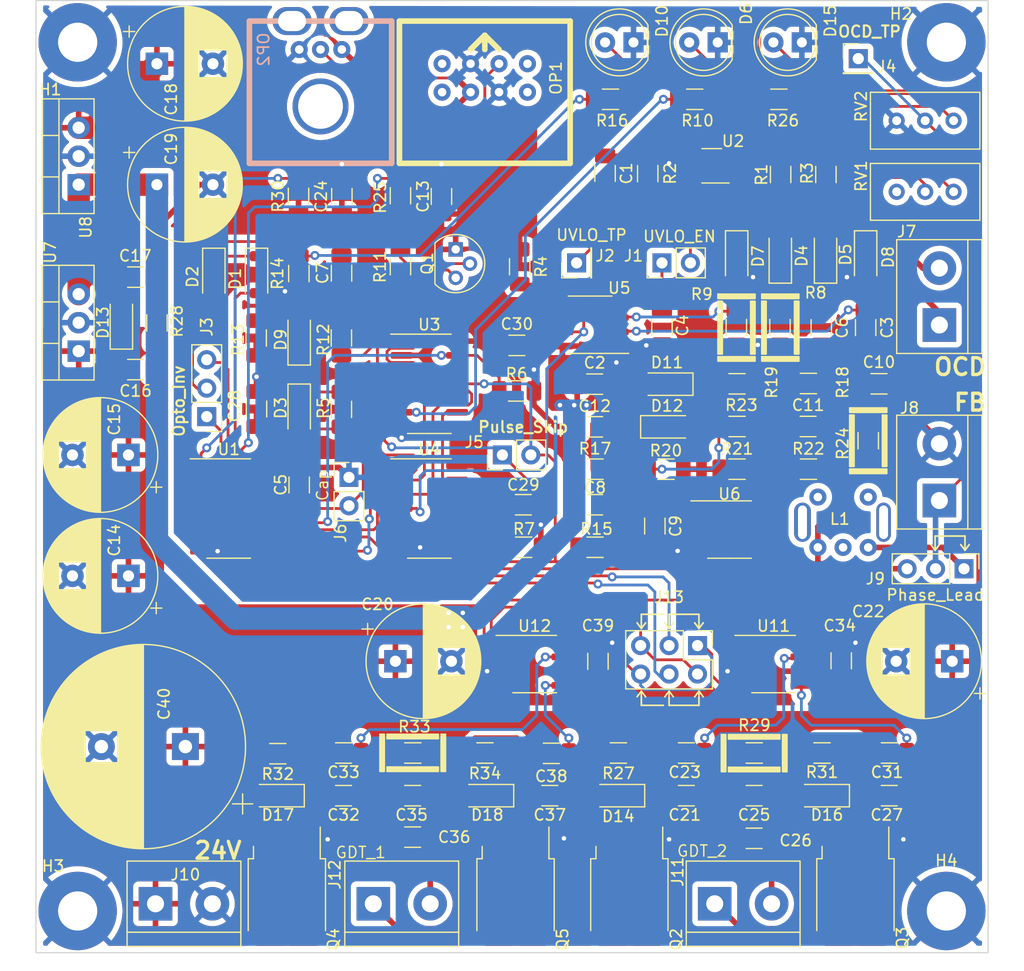
<source format=kicad_pcb>
(kicad_pcb (version 20221018) (generator pcbnew)
  (layers (0 "F.Cu" signal) (31 "B.Cu" signal) (34 "B.Paste" user) (35 "F.Paste" user) (36 "B.SilkS" user "B.Silkscreen") (37 "F.SilkS" user "F.Silkscreen") (38 "B.Mask" user) (39 "F.Mask" user) (44 "Edge.Cuts" user))
  (net 0 "")
  (net 1 "Net-(U2-CD)")
  (net 2 "+12V")
  (net 3 "+24V")
  (net 4 "GND")
  (net 5 "Net-(D6-A)")
  (net 6 "+5V")
  (net 7 "Net-(D4-K)")
  (net 8 "COMP_Q")
  (net 9 "Net-(D9-A)")
  (net 10 "Net-(C7-Pad1)")
  (net 11 "Net-(J8-Pin_1)")
  (net 12 "Net-(C8-Pad2)")
  (net 13 "Net-(C10-Pad1)")
  (net 14 "Net-(D11-A)")
  (net 15 "Net-(D14-A)")
  (net 16 "Net-(J13-Pin_1)")
  (net 17 "Net-(D2-A)")
  (net 18 "Net-(C16-Pad2)")
  (net 19 "INTERRUPTER")
  (net 20 "Net-(J11-Pin_2)")
  (net 21 "Net-(D4-A)")
  (net 22 "LOCK_OUT")
  (net 23 "Net-(D16-A)")
  (net 24 "Net-(D17-A)")
  (net 25 "Net-(C35-Pad1)")
  (net 26 "Net-(D10-A)")
  (net 27 "Net-(J12-Pin_2)")
  (net 28 "Net-(J4-Pin_1)")
  (net 29 "Net-(C36-Pad1)")
  (net 30 "Net-(J5-Pin_1)")
  (net 31 "Net-(D18-A)")
  (net 32 "Net-(D3-K)")
  (net 33 "Net-(D15-A)")
  (net 34 "OPTO_B")
  (net 35 "OPTO_A")
  (net 36 "Net-(Q1-B)")
  (net 37 "INTERRUPTEREDGE")
  (net 38 "Net-(J1-Pin_2)")
  (net 39 "Net-(J3-Pin_1)")
  (net 40 "Net-(J3-Pin_3)")
  (net 41 "Net-(J9-Pin_1)")
  (net 42 "Net-(J9-Pin_3)")
  (net 43 "Net-(U3B-~{R})")
  (net 44 "Net-(U3A-~{Q})")
  (net 45 "Net-(J11-Pin_1)")
  (net 46 "Net-(U3A-~{R})")
  (net 47 "Net-(U6-+)")
  (net 48 "COMP_NQ")
  (net 49 "FF_Q")
  (net 51 "Net-(U3B-D)")
  (net 52 "Net-(U3A-Q)")
  (net 54 "Net-(U5-BAL)")
  (net 55 "Net-(J12-Pin_1)")
  (net 56 "Net-(D11-K)")
  (net 57 "Net-(J2-Pin_1)")
  (net 58 "Net-(R3-Pad2)")
  (net 59 "Net-(J13-Pin_2)")
  (net 60 "UCC_A0")
  (net 61 "Net-(C25-Pad1)")
  (net 62 "Net-(C26-Pad1)")
  (net 63 "Net-(D1-A)")
  (net 64 "UCC_B0")
  (net 65 "Net-(D3-A)")
  (net 66 "UCC_A1")
  (net 67 "Net-(J13-Pin_3)")
  (net 68 "Net-(J13-Pin_4)")
  (net 69 "Net-(R1-Pad2)")
  (net 70 "Net-(D5-A)")
  (net 71 "UCC_B1")
  (footprint "Resistor_SMD:R_1206_3216Metric_Pad1.30x1.75mm_HandSolder" (layer "F.Cu") (at 91.998 102.171 180)
    (fp_text reference "R27")
    (fp_text value "1k")
  )
  (footprint "Package_SO:SOIC-8_3.9x4.9mm_P1.27mm" (layer "F.Cu") (at 89.47 63.94 180)
    (fp_text reference "U5")
    (fp_text value "LM311")
  )
  (footprint "Diode_SMD:D_SOD-123" (layer "F.Cu") (at 59.69 59.4675 -90)
    (fp_text reference "D1")
    (fp_text value "1N4148")
  )
  (footprint "Capacitor_SMD:C_1206_3216Metric_Pad1.33x1.80mm_HandSolder" (layer "F.Cu") (at 67.45725 102.171)
    (fp_text reference "C33")
    (fp_text value "100n")
  )
  (footprint "Capacitor_SMD:C_1206_3216Metric_Pad1.33x1.80mm_HandSolder" (layer "F.Cu") (at 76.2 52.4875 90)
    (fp_text reference "C13")
    (fp_text value "100n")
  )
  (footprint "Package_SO:SOIC-14_3.9x8.7mm_P1.27mm" (layer "F.Cu") (at 57.215 80.345)
    (fp_text reference "U1")
    (fp_text value "SN74HC14DR")
  )
  (footprint "Capacitor_SMD:C_1206_3216Metric_Pad1.33x1.80mm_HandSolder" (layer "F.Cu") (at 116.17675 102.171)
    (fp_text reference "C31")
    (fp_text value "100n")
  )
  (footprint "Resistor_SMD:R_1206_3216Metric_Pad1.30x1.75mm_HandSolder" (layer "F.Cu") (at 102.59 73.025)
    (fp_text reference "R23")
    (fp_text value "470r")
  )
  (footprint "Connector_PinHeader_2.54mm:PinHeader_1x02_P2.54mm_Vertical" (layer "F.Cu") (at 81.64 75.565 90)
    (fp_text reference "J5")
    (fp_text value "Pulse_Skip")
  )
  (footprint "Package_TO_SOT_SMD:TO-252-4" (layer "F.Cu") (at 82.81425 114.921 -90)
    (fp_text reference "Q5")
    (fp_text value "AOD609")
  )
  (footprint "Diode_SMD:D_SOD-123" (layer "F.Cu") (at 80.291 105.981 180)
    (fp_text reference "D18")
    (fp_text value "1N4148")
  )
  (footprint "Package_SO:SOIC-14_3.9x8.7mm_P1.27mm" (layer "F.Cu") (at 75.119 80.345)
    (fp_text reference "U4")
    (fp_text value "SN74HC08DR")
  )
  (footprint "Resistor_SMD:R_1206_3216Metric_Pad1.30x1.75mm_HandSolder" (layer "F.Cu") (at 114.3 74.295 90)
    (fp_text reference "R24")
    (fp_text value "51r 2W")
  )
  (footprint "Capacitor_SMD:C_1206_3216Metric_Pad1.33x1.80mm_HandSolder" (layer "F.Cu") (at 95.885 64.16 90)
    (fp_text reference "C4")
    (fp_text value "470p")
  )
  (footprint "Potentiometer_THT:Potentiometer_Bourns_3296W_Vertical" (layer "F.Cu") (at 121.92 45.72)
    (fp_text reference "RV2")
    (fp_text value "10k")
  )
  (footprint "Resistor_SMD:R_1206_3216Metric_Pad1.30x1.75mm_HandSolder" (layer "F.Cu") (at 110.52 50.5275 90)
    (fp_text reference "R3")
    (fp_text value "1.8k")
  )
  (footprint "Diode_SMD:D_SOD-123" (layer "F.Cu") (at 55.88 59.4675 -90)
    (fp_text reference "D2")
    (fp_text value "1N4148")
  )
  (footprint "Resistor_SMD:R_1206_3216Metric_Pad1.30x1.75mm_HandSolder" (layer "F.Cu") (at 110.17675 102.171 180)
    (fp_text reference "R31")
    (fp_text value "1k")
  )
  (footprint "Diode_SMD:D_SOD-123" (layer "F.Cu") (at 106.449834 57.867 90)
    (fp_text reference "D4")
    (fp_text value "MBR0530")
  )
  (footprint "Diode_SMD:D_SOD-123" (layer "F.Cu") (at 63.5 71.5925 -90)
    (fp_text reference "D3")
    (fp_text value "1N4148")
  )
  (footprint "Capacitor_SMD:C_1206_3216Metric_Pad1.33x1.80mm_HandSolder" (layer "F.Cu") (at 63.5 78.245 -90)
    (fp_text reference "C5")
    (fp_text value "1n")
  )
  (footprint "0_MY_UD_LIB_FP:OPF2412T" (layer "F.Cu") (at 80.07 41.91 90)
    (fp_text reference "OP1")
    (fp_text value "OPF2412T")
  )
  (footprint "Capacitor_SMD:C_1206_3216Metric_Pad1.33x1.80mm_HandSolder" (layer "F.Cu") (at 110.109 64.195 -90)
    (fp_text reference "C6")
    (fp_text value "1n")
  )
  (footprint "Capacitor_SMD:C_1206_3216Metric_Pad1.33x1.80mm_HandSolder" (layer "F.Cu") (at 82.935 65.785)
    (fp_text reference "C30")
    (fp_text value "100n")
  )
  (footprint "Resistor_SMD:R_1206_3216Metric_Pad1.30x1.75mm_HandSolder" (layer "F.Cu") (at 72.539 52.425 90)
    (fp_text reference "R25")
    (fp_text value "1k")
  )
  (footprint "Capacitor_SMD:C_1206_3216Metric_Pad1.33x1.80mm_HandSolder" (layer "F.Cu") (at 73.63175 109.681)
    (fp_text reference "C36")
    (fp_text value "1u")
  )
  (footprint "Capacitor_SMD:C_1206_3216Metric_Pad1.33x1.80mm_HandSolder" (layer "F.Cu") (at 67.31 52.4875 90)
    (fp_text reference "C24")
    (fp_text value "100n")
  )
  (footprint "Resistor_SMD:R_1206_3216Metric_Pad1.30x1.75mm_HandSolder" (layer "F.Cu") (at 63.44 52.475 90)
    (fp_text reference "R30")
    (fp_text value "1k")
  )
  (footprint "Capacitor_SMD:C_1206_3216Metric_Pad1.33x1.80mm_HandSolder" (layer "F.Cu") (at 85.87225 105.981)
    (fp_text reference "C37")
    (fp_text value "10u")
  )
  (footprint "TerminalBlock:TerminalBlock_bornier-2_P5.08mm" (layer "F.Cu") (at 50.673 115.631)
    (fp_text reference "J10")
    (fp_text value "24V")
  )
  (footprint "Diode_SMD:D_SOD-123" (layer "F.Cu") (at 102.554834 57.912 -90)
    (fp_text reference "D7")
    (fp_text value "MBR0530")
  )
  (footprint "Connector_PinHeader_2.54mm:PinHeader_2x03_P2.54mm_Vertical" (layer "F.Cu") (at 99.06 92.5835 -90)
    (fp_text reference "J13")
    (fp_text value "PHASE")
  )
  (footprint "Capacitor_SMD:C_1206_3216Metric_Pad1.33x1.80mm_HandSolder" (layer "F.Cu") (at 95.25 81.915 -90)
    (fp_text reference "C9")
    (fp_text value "100n")
  )
  (footprint "Capacitor_SMD:C_1206_3216Metric_Pad1.33x1.80mm_HandSolder" (layer "F.Cu") (at 90.805 50.435 -90)
    (fp_text reference "C1")
    (fp_text value "1u")
  )
  (footprint "Resistor_SMD:R_1206_3216Metric_Pad1.30x1.75mm_HandSolder" (layer "F.Cu") (at 91.295 43.815)
    (fp_text reference "R16")
    (fp_text value "470r")
  )
  (footprint "LED_THT:LED_D5.0mm" (layer "F.Cu") (at 93.345 38.735 180)
    (fp_text reference "D10")
    (fp_text value "LED")
  )
  (footprint "Resistor_SMD:R_1206_3216Metric_Pad1.30x1.75mm_HandSolder" (layer "F.Cu") (at 98.81 43.815)
    (fp_text reference "R10")
    (fp_text value "470r")
  )
  (footprint "Capacitor_SMD:C_1206_3216Metric_Pad1.33x1.80mm_HandSolder" (layer "F.Cu") (at 48.895 67.945)
    (fp_text reference "C16")
    (fp_text value "4.7u")
  )
  (footprint "Capacitor_THT:CP_Radial_D10.0mm_P5.00mm" (layer "F.Cu") (at 48.26 86.36 180)
    (fp_text reference "C14")
    (fp_text value "330u")
  )
  (footprint "Package_SO:SOIC-8_3.9x4.9mm_P1.27mm" (layer "F.Cu") (at 101.919 82.225)
    (fp_text reference "U6")
    (fp_text value "TL3116")
  )
  (footprint "Diode_SMD:D_SOD-123" (layer "F.Cu") (at 63.5 65.18 90)
    (fp_text reference "D9")
    (fp_text value "1N4148")
  )
  (footprint "Package_TO_SOT_SMD:TO-252-4" (layer "F.Cu") (at 92.97425 114.921 -90)
    (fp_text reference "Q2")
    (fp_text value "AOD609")
  )
  (footprint "Capacitor_SMD:C_1206_3216Metric_Pad1.33x1.80mm_HandSolder" (layer "F.Cu") (at 89.8775 69.245 180)
    (fp_text reference "C2")
    (fp_text value "100n")
  )
  (footprint "TerminalBlock:TerminalBlock_bornier-2_P5.08mm" (layer "F.Cu") (at 70.11425 115.631)
    (fp_text reference "J12")
    (fp_text value "GDT1")
  )
  (footprint "MountingHole:MountingHole_3.5mm_Pad_TopBottom" (layer "F.Cu") (at 43.725 38.725)
    (fp_text reference "H1")
    (fp_text value "MountingHole_Pad")
  )
  (footprint "Package_SO:SOIC-14_3.9x8.7mm_P1.27mm" (layer "F.Cu") (at 75.119 69.215)
    (fp_text reference "U3")
    (fp_text value "74HC74D,653")
  )
  (footprint "Capacitor_THT:CP_Radial_D10.0mm_P5.00mm" (layer "F.Cu") (at 72.089 93.98)
    (fp_text reference "C20")
    (fp_text value "330u")
  )
  (footprint "Resistor_SMD:R_1206_3216Metric_Pad1.30x1.75mm_HandSolder" (layer "F.Cu") (at 106.479834 50.5275 -90)
    (fp_text reference "R1")
    (fp_text value "1k")
  )
  (footprint "Capacitor_SMD:C_1206_3216Metric_Pad1.33x1.80mm_HandSolder" (layer "F.Cu") (at 73.63175 105.981)
    (fp_text reference "C35")
    (fp_text value "2.2u")
  )
  (footprint "LED_THT:LED_D5.0mm" (layer "F.Cu") (at 100.86 38.735 180)
    (fp_text reference "D6")
    (fp_text value "LED")
  )
  (footprint "Resistor_SMD:R_1206_3216Metric_Pad1.30x1.75mm_HandSolder" (layer "F.Cu") (at 72.539 58.7625 90)
    (fp_text reference "R11")
    (fp_text value "10k")
  )
  (footprint "Resistor_SMD:R_1206_3216Metric_Pad1.30x1.75mm_HandSolder" (layer "F.Cu") (at 102.524834 64.19 -90)
    (fp_text reference "R9")
    (fp_text value "5.1r 0.5W")
  )
  (footprint "Resistor_SMD:R_1206_3216Metric_Pad1.30x1.75mm_HandSolder" (layer "F.Cu") (at 82.905 69.85)
    (fp_text reference "R6")
    (fp_text value "1k")
  )
  (footprint "TerminalBlock:TerminalBlock_bornier-2_P5.08mm" (layer "F.Cu") (at 100.59425 115.631)
    (fp_text reference "J11")
    (fp_text value "GDT0")
  )
  (footprint "Package_TO_SOT_SMD:TSOT-23-5_HandSoldering" (layer "F.Cu") (at 100.33 49.7775 180)
    (fp_text reference "U2")
    (fp_text value "NCV303LSN27T1G")
  )
  (footprint "Diode_SMD:D_SOD-123" (layer "F.Cu") (at 91.98425 105.981 180)
    (fp_text reference "D14")
    (fp_text value "1N4148")
  )
  (footprint "Resistor_SMD:R_1206_3216Metric_Pad1.30x1.75mm_HandSolder" (layer "F.Cu") (at 106.325 43.815)
    (fp_text reference "R26")
    (fp_text value "470r")
  )
  (footprint "Resistor_SMD:R_1206_3216Metric_Pad1.30x1.75mm_HandSolder" (layer "F.Cu") (at 80.08225 102.171 180)
    (fp_text reference "R34")
    (fp_text value "1k")
  )
  (footprint "Resistor_SMD:R_1206_3216Metric_Pad1.30x1.75mm_HandSolder" (layer "F.Cu") (at 83.185 58.7625 90)
    (fp_text reference "R4")
    (fp_text value "1k")
  )
  (footprint "Resistor_SMD:R_1206_3216Metric_Pad1.30x1.75mm_HandSolder" (layer "F.Cu") (at 104.12425 102.171)
    (fp_text reference "R29")
    (fp_text value "15r 0.5W")
  )
  (footprint "Package_SO:SOIC-8_3.9x4.9mm_P1.27mm" (layer "F.Cu") (at 105.853151 94.2335)
    (fp_text reference "U11")
    (fp_text value "UCC27324DR")
  )
  (footprint "Resistor_SMD:R_1206_3216Metric_Pad1.30x1.75mm_HandSolder" (layer "F.Cu") (at 96.24 76.835 180)
    (fp_text reference "R20")
    (fp_text value "1k")
  )
  (footprint "Resistor_SMD:R_1206_3216Metric_Pad1.30x1.75mm_HandSolder" (layer "F.Cu") (at 108.960625 76.835)
    (fp_text reference "R22")
    (fp_text value "470r")
  )
  (footprint "Resistor_SMD:R_1206_3216Metric_Pad1.30x1.75mm_HandSolder" (layer "F.Cu") (at 102.59 69.215)
    (fp_text reference "R19")
    (fp_text value "1k")
  )
  (footprint "Diode_SMD:D_SOD-123" (layer "F.Cu") (at 96.295 69.245 180)
    (fp_text reference "D11")
    (fp_text value "MBR0530")
  )
  (footprint "MountingHole:MountingHole_3.5mm_Pad_TopBottom" (layer "F.Cu") (at 121.275 116.275)
    (fp_text reference "H4")
    (fp_text value "MountingHole_Pad")
  )
  (footprint "Capacitor_SMD:C_1206_3216Metric_Pad1.33x1.80mm_HandSolder" (layer "F.Cu") (at 89.8775 73.055)
    (fp_text reference "C12")
    (fp_text value "1u")
  )
  (footprint "Diode_SMD:D_SOD-123" (layer "F.Cu") (at 114.069834 57.912 -90)
    (fp_text reference "D8")
    (fp_text value "MBR0530")
  )
  (footprint "Capacitor_SMD:C_1206_3216Metric_Pad1.33x1.80mm_HandSolder" (layer "F.Cu") (at 48.895 59.69)
    (fp_text reference "C17")
    (fp_text value "100n")
  )
  (footprint "Capacitor_THT:CP_Radial_D10.0mm_P5.00mm" (layer "F.Cu") (at 50.8 51.435)
    (fp_text reference "C18")
    (fp_text value "330u")
  )
  (footprint "Diode_SMD:D_SOD-123" (layer "F.Cu") (at 96.34 73.055)
    (fp_text reference "D12")
    (fp_text value "MBR0530")
  )
  (footprint "Capacitor_SMD:C_1206_3216Metric_Pad1.33x1.80mm_HandSolder" (layer "F.Cu") (at 67.28 59.3375 -90)
    (fp_text reference "C7")
    (fp_text value "1n")
  )
  (footprint "Resistor_SMD:R_1206_3216Metric_Pad1.30x1.75mm_HandSolder" (layer "F.Cu") (at 61.595 102.235 180)
    (fp_text reference "R32")
    (fp_text value "1k")
  )
  (footprint "Capacitor_SMD:C_1206_3216Metric_Pad1.33x1.80mm_HandSolder" (layer "F.Cu") (at 89.8775 80.01 180)
    (fp_text reference "C8")
    (fp_text value "1n")
  )
  (footprint "Resistor_SMD:R_1206_3216Metric_Pad1.30x1.75mm_HandSolder" (layer "F.Cu") (at 67.265 71.4925 90)
    (fp_text reference "R5")
    (fp_text value "100k")
  )
  (footprint "Package_TO_SOT_SMD:TO-252-4" (layer "F.Cu") (at 62.398 114.921 -90)
    (fp_text reference "Q4")
    (fp_text value "AOD609")
  )
  (footprint "Capacitor_THT:CP_Radial_D10.0mm_P5.00mm" (layer "F.Cu") (at 121.793 93.98 180)
    (fp_text reference "C22")
    (fp_text value "330u")
  )
  (footprint "Diode_SMD:D_SOD-123" (layer "F.Cu") (at 110.49 57.867 90)
    (fp_text reference "D5")
    (fp_text value "MBR0530")
  )
  (footprint "LED_THT:LED_D5.0mm" (layer "F.Cu") (at 108.375 38.735 180)
    (fp_text reference "D15")
    (fp_text value "LED")
  )
  (footprint "Potentiometer_THT:Potentiometer_Bourns_3296W_Vertical" (layer "F.Cu") (at 121.92 52.07)
    (fp_text reference "RV1")
    (fp_text value "5k")
  )
  (footprint "Package_SO:SOIC-8_3.9x4.9mm_P1.27mm" (layer "F.Cu") (at 84.52 94.2335)
    (fp_text reference "U12")
    (fp_text value "UCC27324DR")
  )
  (footprint "MountingHole:MountingHole_3.5mm_Pad_TopBottom" (layer "F.Cu") (at 43.725 116.275)
    (fp_text reference "H3")
    (fp_text value "MountingHole_Pad")
  )
  (footprint "Capacitor_SMD:C_1206_3216Metric_Pad1.33x1.80mm_HandSolder" (layer "F.Cu") (at 86.006 102.201)
    (fp_text reference "C38")
    (fp_text value "100n")
  )
  (footprint "Capacitor_SMD:C_1206_3216Metric_Pad1.33x1.80mm_HandSolder" (layer "F.Cu") (at 108.930625 73.025 180)
    (fp_text reference "C11")
    (fp_text value "150p")
  )
  (footprint "Resistor_SMD:R_1206_3216Metric_Pad1.30x1.75mm_HandSolder" (layer "F.Cu") (at 94.615 50.4475 90)
    (fp_text reference "R2")
    (fp_text value "470r")
  )
  (footprint "MountingHole:MountingHole_3.5mm_Pad_TopBottom" (layer "F.Cu") (at 121.275 38.725)
    (fp_text reference "H2")
    (fp_text value "MountingHole_Pad")
  )
  (footprint "Connector_PinHeader_2.54mm:PinHeader_1x02_P2.54mm_Vertical" (layer "F.Cu") (at 95.885 58.42 90)
    (fp_text reference "J1")
    (fp_text value "UVLO_EN")
  )
  (footprint "Resistor_SMD:R_1206_3216Metric_Pad1.30x1.75mm_HandSolder" (layer "F.Cu") (at 63.47 59.3675 90)
    (fp_text reference "R14")
    (fp_text value "1k")
  )
  (footprint "Capacitor_SMD:C_1206_3216Metric_Pad1.33x1.80mm_HandSolder" (layer "F.Cu") (at 116.17675 105.981)
    (fp_text reference "C27")
    (fp_text value "10u")
  )
  (footprint "Capacitor_THT:CP_Radial_D10.0mm_P5.00mm" (layer "F.Cu") (at 48.26 75.565 180)
    (fp_text reference "C15")
    (fp_text value "330u")
  )
  (footprint "TerminalBlock:TerminalBlock_bornier-2_P5.08mm" (layer "F.Cu") (at 120.65 63.965 90)
    (fp_text reference "J7")
    (fp_text value "OCD")
  )
  (footprint "Capacitor_SMD:C_1206_3216Metric_Pad1.33x1.80mm_HandSolder" (layer "F.Cu") (at 90.17 93.987868 -90)
    (fp_text reference "C39")
    (fp_text value "4.7u")
  )
  (footprint "Diode_SMD:D_SOD-123" (layer "F.Cu") (at 110.263 105.981 180)
    (fp_text reference "D16")
    (fp_text value "1N4148")
  )
  (footprint "Connector_PinHeader_2.54mm:PinHeader_1x02_P2.54mm_Vertical" (layer "F.Cu") (at 67.945 77.565)
    (fp_text reference "J6")
    (fp_text value "Conn_01x02")
  )
  (footprint "Capacitor_SMD:C_1206_3216Metric_Pad1.33x1.80mm_HandSolder" (layer "F.Cu") (at 104.11175 109.791)
    (fp_text reference "C26")
    (fp_text value "1u")
  )
  (footprint "Resistor_SMD:R_1206_3216Metric_Pad1.30x1.75mm_HandSolder" (layer "F.Cu") (at 83.54 83.805)
    (fp_text reference "R7")
    (fp_text value "10k")
  )
  (footprint "Resistor_SMD:R_1206_3216Metric_Pad1.30x1.75mm_HandSolder" (layer "F.Cu") (at 59.66 65.125 -90)
    (fp_text reference "R13")
    (fp_text value "1.8k")
  )
  (footprint "Resistor_SMD:R_1206_3216Metric_Pad1.30x1.75mm_HandSolder" (layer "F.Cu") (at 106.419834 64.19 -90)
    (fp_text reference "R8")
    (fp_text value "5.1r 0.5W")
  )
  (footprint "Capacitor_SMD:C_1206_3216Metric_Pad1.33x1.80mm_HandSolder" (layer "F.Cu") (at 98.06425 105.981)
    (fp_text reference "C21")
    (fp_text value "10u")
  )
  (footprint "Capacitor_THT:CP_Radial_D10.0mm_P5.00mm" (layer "F.Cu") (at 50.8 40.64)
    (fp_text reference "C19")
    (fp_text value "330u")
  )
  (footprint "Capacitor_SMD:C_1206_3216Metric_Pad1.33x1.80mm_HandSolder" (layer "F.Cu") (at 111.8875 93.941 -90)
    (fp_text reference "C34")
    (fp_text value "4.7u")
  )
  (footprint "Capacitor_SMD:C_1206_3216Metric_Pad1.33x1.80mm_HandSolder" (layer "F.Cu") (at 98.06425 102.171)
    (fp_text reference "C23")
    (fp_text value "100n")
  )
  (footprint "Resistor_SMD:R_1206_3216Metric_Pad1.30x1.75mm_HandSolder" (layer "F.Cu") (at 89.9075 76.835 180)
    (fp_text reference "R17")
    (fp_text value "470r")
  )
  (footprint "Package_TO_SOT_SMD:TO-252-4" (layer "F.Cu") (at 113.158 114.921 -90)
    (fp_text reference "Q3")
    (fp_text value "AOD609")
  )
  (footprint "0_MY_UD_LIB_FP:CoilCraft_Slot_7" (layer "F.Cu") (at 111.76 81.28 180)
    (fp_text reference "L1")
    (fp_text value "SLOT7")
  )
  (footprint "Package_TO_SOT_THT:TO-220-3_Vertical" (layer "F.Cu") (at 43.815 51.435 90)
    (fp_text reference "U8")
    (fp_text value "LM7805_TO220")
  )
  (footprint "Capacitor_SMD:C_1206_3216Metric_Pad1.33x1.80mm_HandSolder" (layer "F.Cu") (at 59.69 71.4625 90)
    (fp_text reference "C28")
    (fp_text value "100n")
  )
  (footprint "Package_TO_SOT_THT:TO-92" (layer "F.Cu") (at 77.47 57.2125 -90)
    (fp_text reference "Q1")
    (fp_text value "2N3906" hide)
  )
  (footprint "Diode_SMD:D_SOD-123" (layer "F.Cu") (at 61.595 105.981 180)
    (fp_text reference "D17")
    (fp_text value "1N4148")
  )
  (footprint "Package_TO_SOT_THT:TO-220-3_Vertical" (layer "F.Cu") (at 43.815 66.295 90)
    (fp_text reference "U7")
    (fp_text value "LM7812_TO220")
  )
  (footprint "Connector_PinHeader_2.54mm:PinHeader_1x01_P2.54mm_Vertical" (layer "F.Cu") (at 113.411 40.185)
    (fp_text reference "J4")
    (fp_text value "OCD_TP")
  )
  (footprint "Resistor_SMD:R_1206_3216Metric_Pad1.30x1.75mm_HandSolder" (layer "F.Cu") (at 89.9075 83.805)
    (fp_text reference "R15")
    (fp_text value "100k")
  )
  (footprint "Capacitor_SMD:C_1206_3216Metric_Pad1.33x1.80mm_HandSolder" (layer "F.Cu") (at 115.26 69.215 180)
    (fp_text reference "C10")
    (fp_text value "100n")
  )
  (footprint "Capacitor_SMD:C_1206_3216Metric_Pad1.33x1.80mm_HandSolder" (layer "F.Cu") (at 104.11175 105.981)
    (fp_text reference "C25")
    (fp_text value "2.2u")
  )
  (footprint "Resistor_SMD:R_1206_3216Metric_Pad1.30x1.75mm_HandSolder" (layer "F.Cu") (at 102.59 76.835)
    (fp_text reference "R21")
    (fp_text value "1k")
  )
  (footprint "Capacitor_THT:CP_Radial_D18.0mm_P7.50mm" (layer "F.Cu") (at 53.34 101.6 180)
    (fp_text reference "C40")
    (fp_text value "5600u")
  )
  (footprint "Capacitor_SMD:C_1206_3216Metric_Pad1.33x1.80mm_HandSolder" (layer "F.Cu") (at 67.45725 105.981)
    (fp_text reference "C32")
    (fp_text value "10u")
  )
  (footprint "Resistor_SMD:R_1206_3216Metric_Pad1.30x1.75mm_HandSolder" (layer "F.Cu") (at 108.960625 69.185)
    (fp_text reference "R18")
    (fp_text value "100k")
  )
  (footprint "Connector_PinHeader_2.54mm:PinHeader_1x03_P2.54mm_Vertical" (layer "F.Cu") (at 55.245 72.1425 180)
    (fp_text reference "J3")
    (fp_text value "Conn_01x03")
  )
  (footprint "Resistor_SMD:R_1206_3216Metric_Pad1.30x1.75mm_HandSolder" (layer "F.Cu") (at 50.8 63.7775 90)
    (fp_text reference "R28")
    (fp_text value "1r")
  )
  (footprint "Capacitor_SMD:C_1206_3216Metric_Pad1.33x1.80mm_HandSolder" (layer "F.Cu") (at 114.069834 64.195 90)
    (fp_text reference "C3")
    (fp_text value "100n")
  )
  (footprint "Connector_PinHeader_2.54mm:PinHeader_1x03_P2.54mm_Vertical" (layer "F.Cu") (at 122.85 85.725 -90)
    (fp_text reference "J9")
    (fp_text value "PHASE_LEAD")
  )
  (footprint "TerminalBlock:TerminalBlock_bornier-2_P5.08mm" (layer "F.Cu") (at 120.65 79.635 90)
    (fp_text reference "J8")
    (fp_text value "CT")
  )
  (footprint "Resistor_SMD:R_1206_3216Metric_Pad1.30x1.75mm_HandSolder" (layer "F.Cu") (at 73.64425 102.171)
    (fp_text reference "R33")
    (fp_text value "15r 0.5W")
  )
  (footprint "Capacitor_SMD:C_1206_3216Metric_Pad1.33x1.80mm_HandSolder" (layer "F.Cu") (at 83.51 80.01)
    (fp_text reference "C29")
    (fp_text value "100n")
  )
  (footprint "Resistor_SMD:R_1206_3216Metric_Pad1.30x1.75mm_HandSolder" (layer "F.Cu") (at 67.265 65.125 90)
    (fp_text reference "R12")
    (fp_text value "1k")
  )
  (footprint "Diode_SMD:D_SOD-123" (layer "F.Cu") (at 47.625 63.755 90)
    (fp_text reference "D13")
    (fp_text value "1N4007")
  )
  (footprint "Connector_PinHeader_2.54mm:PinHeader_1x01_P2.54mm_Vertical" (layer "F.Cu") (at 88.265 58.42 90)
    (fp_text reference "J2")
    (fp_text value "UVLO_TP")
  )
  (footprint "0_MY_UD_LIB_FP:IFD95" (layer "B.Cu") (at 65.405 39.37 90)
    (fp_text reference "OP2")
    (fp_text value "IFD95")
  )
  (gr_line (start 99.187 91.0585) (end 99.568 90.5505) (stroke (width 0.15)) (layer "F.SilkS"))
  (gr_line (start 94.0435 91.0585) (end 93.6625 90.5505) (stroke (width 0.15)) (layer "F.SilkS"))
  (gr_line (start 96.52 91.0585) (end 96.901 90.5505) (stroke (width 0.15)) (layer "F.SilkS"))
  (gr_line (start 96.52 91.0585) (end 96.139 90.5505) (stroke (width 0.15)) (layer "F.SilkS"))
  (gr_line (start 96.52 96.6465) (end 96.139 97.1545) (stroke (width 0.15)) (layer "F.SilkS"))
  (gr_rect (start 106.6546 100.5332) (end 107.0356 103.8352) (stroke (width 0.15)) (fill solid) (layer "F.SilkS"))
  (gr_line (start 122.936 84.074) (end 123.317 83.566) (stroke (width 0.15)) (layer "F.SilkS"))
  (gr_rect (start 100.8888 66.802) (end 104.1908 67.183) (stroke (width 0.15)) (fill solid) (layer "F.SilkS"))
  (gr_line (start 122.936 84.074) (end 122.936 82.804) (stroke (width 0.15)) (layer "F.SilkS"))
  (gr_rect (start 104.8004 66.802) (end 108.1024 67.183) (stroke (width 0.15)) (fill solid) (layer "F.SilkS"))
  (gr_line (start 96.52 97.9165) (end 99.187 97.9165) (stroke (width 0.15)) (layer "F.SilkS"))
  (gr_line (start 99.187 96.6465) (end 99.568 97.1545) (stroke (width 0.15)) (layer "F.SilkS"))
  (gr_rect (start 112.649 76.835) (end 115.951 77.216) (stroke (width 0.15)) (fill solid) (layer "F.SilkS"))
  (gr_rect (start 76.1746 100.5078) (end 76.5556 103.8098) (stroke (width 0.15)) (fill solid) (layer "F.SilkS"))
  (gr_rect (start 112.649 72.009) (end 113.03 76.581) (stroke (width 0.15)) (fill solid) (layer "F.SilkS"))
  (gr_rect (start 112.649 71.374) (end 115.951 71.755) (stroke (width 0.15)) (fill solid) (layer "F.SilkS"))
  (gr_rect (start 107.7214 61.849) (end 108.1024 66.548) (stroke (width 0.15)) (fill solid) (layer "F.SilkS"))
  (gr_rect (start 71.3486 100.5078) (end 75.9206 100.8888) (stroke (width 0.15)) (fill solid) (layer "F.SilkS"))
  (gr_line (start 94.0435 97.9165) (end 94.0435 96.6465) (stroke (width 0.15)) (layer "F.SilkS"))
  (gr_line (start 122.936 84.074) (end 122.555 83.566) (stroke (width 0.15)) (layer "F.SilkS"))
  (gr_rect (start 115.57 72.009) (end 115.951 76.581) (stroke (width 0.15)) (fill solid) (layer "F.SilkS"))
  (gr_rect (start 101.1936 100.5332) (end 101.5746 103.8352) (stroke (width 0.15)) (fill solid) (layer "F.SilkS"))
  (gr_line (start 94.0435 96.6465) (end 93.6625 97.1545) (stroke (width 0.15)) (layer "F.SilkS"))
  (gr_line (start 99.187 89.7885) (end 96.52 89.7885) (stroke (width 0.15)) (layer "F.SilkS"))
  (gr_line (start 96.012 97.9165) (end 94.0435 97.9165) (stroke (width 0.15)) (layer "F.SilkS"))
  (gr_line (start 120.269 84.074) (end 119.888 83.566) (stroke (width 0.15)) (layer "F.SilkS"))
  (gr_rect (start 101.8286 103.4542) (end 106.4006 103.8352) (stroke (width 0.15)) (fill solid) (layer "F.SilkS"))
  (gr_line (start 96.52 96.6465) (end 96.901 97.1545) (stroke (width 0.15)) (layer "F.SilkS"))
  (gr_rect (start 71.3486 103.4288) (end 75.9206 103.8098) (stroke (width 0.15)) (fill solid) (layer "F.SilkS"))
  (gr_line (start 96.012 89.7885) (end 94.0435 89.7885) (stroke (width 0.15)) (layer "F.SilkS"))
  (gr_rect (start 103.8098 61.849) (end 104.1908 66.548) (stroke (width 0.15)) (fill solid) (layer "F.SilkS"))
  (gr_line (start 120.269 84.074) (end 120.65 83.566) (stroke (width 0.15)) (layer "F.SilkS"))
  (gr_rect (start 70.7136 100.5078) (end 71.0946 103.8098) (stroke (width 0.15)) (fill solid) (layer "F.SilkS"))
  (gr_line (start 99.187 91.0585) (end 98.806 90.5505) (stroke (width 0.15)) (layer "F.SilkS"))
  (gr_line (start 94.0435 96.6465) (end 94.4245 97.1545) (stroke (width 0.15)) (layer "F.SilkS"))
  (gr_line (start 94.0435 91.0585) (end 94.4245 90.5505) (stroke (width 0.15)) (layer "F.SilkS"))
  (gr_rect (start 100.8888 61.849) (end 101.2698 66.548) (stroke (width 0.15)) (fill solid) (layer "F.SilkS"))
  (gr_line (start 122.936 82.804) (end 120.269 82.804) (stroke (width 0.15)) (layer "F.SilkS"))
  (gr_rect (start 100.8888 61.214) (end 104.1908 61.595) (stroke (width 0.15)) (fill solid) (layer "F.SilkS"))
  (gr_line (start 99.187 91.0585) (end 99.187 89.7885) (stroke (width 0.15)) (layer "F.SilkS"))
  (gr_line (start 94.0435 89.7885) (end 94.0435 91.0585) (stroke (width 0.15)) (layer "F.SilkS"))
  (gr_line (start 96.52 96.6465) (end 96.52 97.9165) (stroke (width 0.15)) (layer "F.SilkS"))
  (gr_rect (start 101.8286 100.5332) (end 106.4006 100.9142) (stroke (width 0.15)) (fill solid) (layer "F.SilkS"))
  (gr_rect (start 104.8004 61.214) (end 108.1024 61.595) (stroke (width 0.15)) (fill solid) (layer "F.SilkS"))
  (gr_rect (start 104.8004 61.849) (end 105.1814 66.548) (stroke (width 0.15)) (fill solid) (layer "F.SilkS"))
  (gr_line (start 99.187 96.6465) (end 98.806 97.1545) (stroke (width 0.15)) (layer "F.SilkS"))
  (gr_line (start 120.269 82.804) (end 120.269 84.074) (stroke (width 0.15)) (layer "F.SilkS"))
  (gr_line (start 96.52 89.7885) (end 96.52 91.0585) (stroke (width 0.15)) (layer "F.SilkS"))
  (gr_line (start 99.187 97.9165) (end 99.187 96.6465) (stroke (width 0.15)) (layer "F.SilkS"))
  (gr_rect locked (start 40 35) (end 125 120) (stroke (width 0.1)) (fill none) (layer "Edge.Cuts"))
  (gr_text "UVLO_TP" (at 86.36 56.515) (layer "F.SilkS") (effects (font (size 1 1)) (justify left bottom)))
  (gr_text "24V" (at 53.975 111.76) (layer "F.SilkS") (effects (font (size 1.5 1.5) (thickness 0.3) bold) (justify left bottom)))
  (gr_text "GDT_2" (at 97.155 111.506) (layer "F.SilkS") (effects (font (size 1 1) (thickness 0.125)) (justify left bottom)))
  (gr_text "Cap" (at 66.167 79.756 90) (layer "F.SilkS") (effects (font (size 1 1) (thickness 0.125)) (justify left bottom)))
  (gr_text "FB" (at 121.793 71.755) (layer "F.SilkS") (effects (font (size 1.5 1.5) (thickness 0.3) bold) (justify left bottom)))
  (gr_text "OCD_TP" (at 111.506 38.354) (layer "F.SilkS") (effects (font (size 1 1) (thickness 0.1875)) (justify left bottom)))
  (gr_text "GDT_1" (at 66.675 111.633) (layer "F.SilkS") (effects (font (size 1 1) (thickness 0.125)) (justify left bottom)))
  (gr_text "Pulse_Skip" (at 79.375 73.66) (layer "F.SilkS") (effects (font (size 1 1) (thickness 0.1875)) (justify left bottom)))
  (gr_text "Phase_Lead" (at 115.824 88.646) (layer "F.SilkS") (effects (font (size 1 1)) (justify left bottom)))
  (gr_text "OCD" (at 120.015 68.58) (layer "F.SilkS") (effects (font (size 1.5 1.5) (thickness 0.3) bold) (justify left bottom)))
  (gr_text "UVLO_EN" (at 94.107 56.642) (layer "F.SilkS") (effects (font (size 1 1)) (justify left bottom)))
  (gr_text "Opto_Inv" (at 53.34 74.041 90) (layer "F.SilkS") (effects (font (size 1 1) (thickness 0.1875)) (justify left bottom)))
  (segment (start 91.44 50.7275) (end 90.805 51.3625) (width 0.25) (layer "F.Cu") (net 1))
  (segment (start 90.805 51.3625) (end 90.805 51.9975) (width 0.25) (layer "F.Cu") (net 1))
  (segment (start 98.62 50.7275) (end 91.44 50.7275) (width 0.25) (layer "F.Cu") (net 1))
  (segment (start 43.815 51.435) (end 43.815 61.215) (width 2) (layer "F.Cu") (net 2))
  (segment (start 47.3325 59.69) (end 45.34 59.69) (width 0.5) (layer "F.Cu") (net 2))
  (segment (start 47.625 59.9825) (end 47.3325 59.69) (width 0.5) (layer "F.Cu") (net 2))
  (segment (start 47.625 62.105) (end 47.625 59.9825) (width 0.5) (layer "F.Cu") (net 2))
  (segment (start 86.995 94.8685) (end 86.995 95.5035) (width 0.25) (layer "F.Cu") (net 2))
  (segment (start 86.995 95.5035) (end 88.9 95.5035) (width 0.25) (layer "F.Cu") (net 2))
  (segment (start 82.045 92.3285) (end 83.82 92.3285) (width 0.5) (layer "F.Cu") (net 2))
  (segment (start 50.8 51.435) (end 43.815 51.435) (width 2) (layer "F.Cu") (net 2))
  (segment (start 45.34 59.69) (end 43.815 61.215) (width 0.5) (layer "F.Cu") (net 2))
  (via (at 78.105 90.932) (size 0.8) (drill 0.4) (layers "F.Cu" "B.Cu") (net 2))
  (via (at 89.154 71.12) (size 0.8) (drill 0.4) (layers "F.Cu" "B.Cu") (net 2))
  (via (at 78.105 89.662) (size 0.8) (drill 0.4) (layers "F.Cu" "B.Cu") (net 2))
  (via (at 88.049997 71.12) (size 0.8) (drill 0.4) (layers "F.Cu" "B.Cu") (net 2))
  (via (at 76.835 89.662) (size 0.8) (drill 0.4) (layers "F.Cu" "B.Cu") (net 2))
  (via (at 76.835 90.932) (size 0.8) (drill 0.4) (layers "F.Cu" "B.Cu") (net 2))
  (via (at 86.779997 71.12) (size 0.8) (drill 0.4) (layers "F.Cu" "B.Cu") (net 2))
  (segment (start 79.375 90.17) (end 88.049997 81.495003) (width 2) (layer "B.Cu") (net 2))
  (segment (start 88.049997 81.495003) (end 88.049997 71.755) (width 2) (layer "B.Cu") (net 2))
  (segment (start 76.835 90.17) (end 79.375 90.17) (width 2) (layer "B.Cu") (net 2))
  (segment (start 89.154 71.12) (end 86.779997 71.12) (width 1) (layer "B.Cu") (net 2))
  (segment (start 57.785 90.17) (end 50.8 83.185) (width 2) (layer "B.Cu") (net 2))
  (segment (start 76.835 90.17) (end 76.835 89.662) (width 0.5) (layer "B.Cu") (net 2))
  (segment (start 76.835 90.17) (end 57.785 90.17) (width 2) (layer "B.Cu") (net 2))
  (segment (start 88.049997 71.12) (end 86.779997 71.12) (width 1) (layer "B.Cu") (net 2))
  (segment (start 50.8 83.185) (end 50.8 51.435) (width 2) (layer "B.Cu") (net 2))
  (segment (start 121.92 43.18) (end 111.76 43.18) (width 0.5) (layer "F.Cu") (net 3))
  (segment (start 121.793 93.98) (end 123.444 93.98) (width 0.5) (layer "F.Cu") (net 3))
  (segment (start 123.444 93.98) (end 124.206 93.218) (width 0.5) (layer "F.Cu") (net 3))
  (segment (start 124.206 45.466) (end 121.92 43.18) (width 0.5) (layer "F.Cu") (net 3))
  (segment (start 124.206 93.218) (end 124.206 45.466) (width 0.5) (layer "F.Cu") (net 3))
  (segment (start 106.479834 48.460166) (end 106.479834 48.9775) (width 0.5) (layer "F.Cu") (net 3))
  (segment (start 111.76 43.18) (end 106.479834 48.460166) (width 0.5) (layer "F.Cu") (net 3))
  (segment (start 56.215 84.155) (end 54.74 84.155) (width 0.5) (layer "F.Cu") (net 4))
  (segment (start 87.04225 109.881) (end 85.09425 109.881) (width 0.5) (layer "F.Cu") (net 4))
  (segment (start 91.821 67.31) (end 91.948 67.183) (width 0.5) (layer "F.Cu") (net 4))
  (segment (start 50.8 62.2275) (end 50.8 60.0325) (width 0.5) (layer "F.Cu") (net 4))
  (segment (start 84.455 71.12) (end 84.455 69.85) (width 0.5) (layer "F.Cu") (net 4))
  (segment (start 84.4975 67.9025) (end 84.455 67.945) (width 0.5) (layer "F.Cu") (net 4))
  (segment (start 50.4575 59.69) (end 50.4575 55.5875) (width 0.5) (layer "F.Cu") (net 4))
  (segment (start 104.44 65.74) (end 114.052334 65.74) (width 0.5) (layer "F.Cu") (net 4))
  (segment (start 109.22 74.876875) (end 107.368125 73.025) (width 0.5) (layer "F.Cu") (net 4))
  (segment (start 67.0625 76.6825) (end 67.945 77.565) (width 0.5) (layer "F.Cu") (net 4))
  (segment (start 54.61 51.435) (end 55.8 51.435) (width 0.5) (layer "F.Cu") (net 4))
  (segment (start 111.8875 92.3785) (end 113.1075 92.3785) (width 0.5) (layer "F.Cu") (net 4))
  (segment (start 74.295 83.82) (end 73.96 84.155) (width 0.5) (layer "F.Cu") (net 4))
  (segment (start 109.22 74.876875) (end 110.49 74.876875) (width 0.5) (layer "F.Cu") (net 4))
  (segment (start 91.343132 92.425368) (end 91.44 92.3285) (width 0.5) (layer "F.Cu") (net 4))
  (segment (start 87.13225 109.791) (end 87.13225 106.4735) (width 0.5) (layer "F.Cu") (net 4))
  (segment (start 112.395 59.69) (end 112.523 59.562) (width 0.5) (layer "F.Cu") (net 4))
  (segment (start 62.2725 60.9175) (end 63.47 60.9175) (width 0.5) (layer "F.Cu") (net 4))
  (segment (start 94.5515 65.7225) (end 95.885 65.7225) (width 0.5) (layer "F.Cu") (net 4))
  (segment (start 90.83 48.8975) (end 90.805 48.8725) (width 0.5) (layer "F.Cu") (net 4))
  (segment (start 62.23 60.96) (end 62.2725 60.9175) (width 0.5) (layer "F.Cu") (net 4))
  (segment (start 119.1 72.745) (end 114.3 72.745) (width 0.5) (layer "F.Cu") (net 4))
  (segment (start 97.282 84.13) (end 99.444 84.13) (width 0.5) (layer "F.Cu") (net 4))
  (segment (start 90.991 65.845) (end 90.17 65.024) (width 0.5) (layer "F.Cu") (net 4))
  (segment (start 50.4575 55.5875) (end 54.61 51.435) (width 0.5) (layer "F.Cu") (net 4))
  (segment (start 50.8 60.0325) (end 50.4575 59.69) (width 0.5) (layer "F.Cu") (net 4))
  (segment (start 85.0725 81.788) (end 85.0725 80.01) (width 0.5) (layer "F.Cu") (net 4))
  (segment (start 67.31 50.925) (end 67.31 49.605) (width 0.5) (layer "F.Cu") (net 4))
  (segment (start 100.926827 48.8275) (end 102.04 48.8275) (width 0.5) (layer "F.Cu") (net 4))
  (segment (start 84.4975 67.9875) (end 84.4975 69.8075) (width 0.5) (layer "F.Cu") (net 4))
  (segment (start 88.315 73.055) (end 88.285 73.025) (width 0.5) (layer "F.Cu") (net 4))
  (segment (start 94.488 65.786) (end 94.5515 65.7225) (width 0.5) (layer "F.Cu") (net 4))
  (segment (start 96.52 109.881) (end 95.25425 109.881) (width 0.5) (layer "F.Cu") (net 4))
  (segment (start 104.394 84.13) (end 104.394 82.86) (width 0.5) (layer "F.Cu") (net 4))
  (segment (start 90.17 92.425368) (end 91.343132 92.425368) (width 0.5) (layer "F.Cu") (net 4))
  (segment (start 113.1075 92.3785) (end 113.1575 92.3285) (width 0.5) (layer "F.Cu") (net 4))
  (segment (start 85.0725 83.3475) (end 85.09 83.365) (width 0.5) (layer "F.Cu") (net 4))
  (segment (start 103.885 59.562) (end 102.554834 59.562) (width 0.5) (layer "F.Cu") (net 4))
  (segment (start 87.13225 106.4735) (end 87.43475 106.171) (width 0.5) (layer "F.Cu") (net 4))
  (segment (start 72.644 73.025) (end 72.644 74.02) (width 0.5) (layer "F.Cu") (net 4))
  (segment (start 104.394 84.13) (end 99.444 84.13) (width 0.5) (layer "F.Cu") (net 4))
  (segment (start 117.43675 106.2835) (end 117.73925 105.981) (width 0.5) (layer "F.Cu") (net 4))
  (segment (start 114.052334 65.74) (end 114.069834 65.7575) (width 0.5) (layer "F.Cu") (net 4))
  (segment (start 112.523 59.562) (end 114.069834 59.562) (width 0.5) (layer "F.Cu") (net 4))
  (segment (start 96.52 109.881) (end 99.32425 107.07675) (width 0.5) (layer "F.Cu") (net 4))
  (segment (start 84.455 67.945) (end 84.4975 67.9875) (width 0.5) (layer "F.Cu") (net 4))
  (segment (start 117.43675 109.881) (end 115.438 109.881) (width 0.5) (layer "F.Cu") (net 4))
  (segment (start 91.948 67.183) (end 91.948 65.848) (width 0.5) (layer "F.Cu") (net 4))
  (segment (start 117.43675 109.881) (end 117.43675 106.2835) (width 0.5) (layer "F.Cu") (net 4))
  (segment (start 90.17 62.865) (end 91 62.035) (width 0.5) (layer "F.Cu") (net 4))
  (segment (start 94.615 48.8975) (end 95.8875 48.8975) (width 0.5) (layer "F.Cu") (net 4))
  (segment (start 100.151827 49.6025) (end 100.926827 48.8275) (width 0.5) (layer "F.Cu") (net 4))
  (segment (start 84.4975 69.8075) (end 84.455 69.85) (width 0.5) (layer "F.Cu") (net 4))
  (segment (start 73.96 84.155) (end 72.644 84.155) (width 0.5) (layer "F.Cu") (net 4))
  (segment (start 120.65 74.295) (end 119.1 72.745) (width 0.5) (layer "F.Cu") (net 4))
  (segment (start 85.0725 81.788) (end 85.0725 83.3475) (width 0.5) (layer "F.Cu") (net 4))
  (segment (start 110.510625 74.8975) (end 110.49 74.876875) (width 0.5) (layer "F.Cu") (net 4))
  (segment (start 59.69 69.9) (end 59.69 68.58) (width 0.5) (layer "F.Cu") (net 4))
  (segment (start 101.738151 94.8685) (end 103.378151 94.8685) (width 0.5) (layer "F.Cu") (net 4))
  (segment (start 90.17 65.024) (end 90.17 62.865) (width 0.5) (layer "F.Cu") (net 4))
  (segment (start 113.945 72.745) (end 114.3 72.745) (width 0.5) (layer "F.Cu") (net 4))
  (segment (start 104.013 59.69) (end 103.885 59.562) (width 0.5) (layer "F.Cu") (net 4))
  (segment (start 67.945 107.976) (end 67.945 107.95) (width 0.5) (layer "F.Cu") (net 4))
  (segment (start 110.510625 76.835) (end 110.510625 74.8975) (width 0.5) (layer "F.Cu") (net 4))
  (segment (start 91.945 65.845) (end 90.991 65.845) (width 0.5) (layer "F.Cu") (net 4))
  (segment (start 66.04 109.881) (end 67.945 107.976) (width 0.5) (layer "F.Cu") (net 4))
  (segment (start 76.2 50.925) (end 76.2 49.605) (width 0.5) (layer "F.Cu") (net 4))
  (segment (start 91.948 65.848) (end 91.945 65.845) (width 0.5) (layer "F.Cu") (net 4))
  (segment (start 95.8875 48.8975) (end 96.52 49.53) (width 0.5) (layer "F.Cu") (net 4))
  (segment (start 69.01975 106.87525) (end 69.01975 105.981) (width 0.5) (layer "F.Cu") (net 4))
  (segment (start 91.44 69.245) (end 91.44 67.691) (width 0.5) (layer "F.Cu") (net 4))
  (segment (start 84.4975 65.785) (end 84.4975 67.9025) (width 0.5) (layer "F.Cu") (net 4))
  (segment (start 99.32425 107.07675) (end 99.32425 106.2835) (width 0.5) (layer "F.Cu") (net 4))
  (segment (start 66.04 109.881) (end 64.678 109.881) (width 0.5) (layer "F.Cu") (net 4))
  (segment (start 99.32425 106.2835) (end 99.62675 105.981) (width 0.5) (layer "F.Cu") (net 4))
  (segment (start 96.52 49.53) (end 96.5925 49.6025) (width 0.5) (layer "F.Cu") (net 4))
  (segment (start 104.44 65.74) (end 102.524834 65.74) (width 0.5) (layer "F.Cu") (net 4))
  (segment (start 96.5925 49.6025) (end 100.151827 49.6025) (width 0.5) (layer "F.Cu") (net 4))
  (segment (start 94.615 48.8975) (end 90.83 48.8975) (width 0.5) (layer "F.Cu") (net 4))
  (segment (start 63.515 76.6825) (end 67.0625 76.6825) (width 0.5) (layer "F.Cu") (net 4))
  (segment (start 88.285 73.025) (end 86.36 73.025) (width 0.5) (layer "F.Cu") (net 4))
  (segment (start 112.168125 74.876875) (end 114.3 72.745) (width 0.5) (layer "F.Cu") (net 4))
  (segment (start 80.275 94.8685) (end 82.045 94.8685) (width 0.5) (layer "F.Cu") (net 4))
  (segment (start 104.14 73.025) (end 107.368125 73.025) (width 0.5) (layer "F.Cu") (net 4))
  (segment (start 96.972 83.82) (end 95.5025 83.82) (width 0.5) (layer "F.Cu") (net 4))
  (segment (start 94.59 48.8725) (end 94.615 48.8975) (width 0.5) (layer "F.Cu") (net 4))
  (segment (start 86.36 73.025) (end 84.455 71.12) (width 0.5) (layer "F.Cu") (net 4))
  (segment (start 91.44 67.691) (end 91.821 67.31) (width 0.5) (layer "F.Cu") (net 4))
  (segment (start 87.13225 109.791) (end 87.04225 109.881) (width 0.5) (layer "F.Cu") (net 4))
  (segment (start 91 62.035) (end 91.945 62.035) (width 0.5) (layer "F.Cu") (net 4))
  (segment (start 97.282 84.13) (end 96.972 83.82) (width 0.5) (layer "F.Cu") (net 4))
  (segment (start 67.945 107.95) (end 69.01975 106.87525) (width 0.5) (layer "F.Cu") (net 4))
  (segment (start 110.49 74.876875) (end 112.168125 74.876875) (width 0.5) (layer "F.Cu") (net 4))
  (via (at 76.2 49.605) (size 0.8) (drill 0.4) (layers "F.Cu" "B.Cu") (net 4))
  (via (at 67.31 49.605) (size 0.8) (drill 0.4) (layers "F.Cu" "B.Cu") (net 4))
  (via (at 117.43675 109.881) (size 0.8) (drill 0.4) (layers "F.Cu" "B.Cu") (net 4))
  (via (at 84.455 67.945) (size 0.8) (drill 0.4) (layers "F.Cu" "B.Cu") (net 4))
  (via (at 87.13225 109.791) (size 0.8) (drill 0.4) (layers "F.Cu" "B.Cu") (net 4))
  (via (at 104.44 65.74) (size 0.8) (drill 0.4) (layers "F.Cu" "B.Cu") (net 4))
  (via (at 91.44 92.3285) (size 0.8) (drill 0.4) (layers "F.Cu" "B.Cu") (net 4))
  (via (at 66.04 109.881) (size 0.8) (drill 0.4) (layers "F.Cu" "B.Cu") (net 4))
  (via (at 94.488 65.786) (size 0.8) (drill 0.4) (layers "F.Cu" "B.Cu") (net 4))
  (via (at 59.69 68.58) (size 0.8) (drill 0.4) (layers "F.Cu" "B.Cu") (net 4))
  (via (at 80.275 94.8685) (size 0.8) (drill 0.4) (layers "F.Cu" "B.Cu") (net 4))
  (via (at 74.295 83.82) (size 0.8) (drill 0.4) (layers "F.Cu" "B.Cu") (net 4))
  (via (at 112.395 59.69) (size 0.8) (drill 0.4) (layers "F.Cu" "B.Cu") (net 4))
  (via (at 62.23 60.96) (size 0.8) (drill 0.4) (layers "F.Cu" "B.Cu") (net 4))
  (via (at 113.1575 92.3285) (size 0.8) (drill 0.4) (layers "F.Cu" "B.Cu") (net 4))
  (via (at 96.52 109.881) (size 0.8) (drill 0.4) (layers "F.Cu" "B.Cu") (net 4))
  (via (at 97.282 84.13) (size 0.8) (drill 0.4) (layers "F.Cu" "B.Cu") (net 4))
  (via (at 101.738151 94.8685) (size 0.8) (drill 0.4) (layers "F.Cu" "B.Cu") (net 4))
  (via (at 104.013 59.69) (size 0.8) (drill 0.4) (layers "F.Cu" "B.Cu") (net 4))
  (via (at 72.644 74.02) (size 0.8) (drill 0.4) (layers "F.Cu" "B.Cu") (net 4))
  (via (at 91.821 67.31) (size 0.8) (drill 0.4) (layers "F.Cu" "B.Cu") (net 4))
  (via (at 96.52 49.53) (size 0.8) (drill 0.4) (layers "F.Cu" "B.Cu") (net 4))
  (via (at 85.0725 81.788) (size 0.8) (drill 0.4) (layers "F.Cu" "B.Cu") (net 4))
  (via (at 56.215 84.155) (size 0.8) (drill 0.4) (layers "F.Cu" "B.Cu") (net 4))
  (segment (start 98.32 38.735) (end 100.36 40.775) (width 0.25) (layer "F.Cu") (net 5))
  (segment (start 100.36 40.775) (end 100.36 43.815) (width 0.25) (layer "F.Cu") (net 5))
  (segment (start 104.61 43.65) (end 104.61 36.665) (width 0.25) (layer "F.Cu") (net 6))
  (segment (start 104.61 36.665) (end 104.14 36.195) (width 0.25) (layer "F.Cu") (net 6))
  (segment (start 67.305 39.37) (end 66.035 38.1) (width 0.25) (layer "F.Cu") (net 6))
  (segment (start 78.8 43.18) (end 77.53 41.91) (width 0.25) (layer "F.Cu") (net 6))
  (segment (start 50.8 40.64) (end 45.085 46.355) (width 2) (layer "F.Cu") (net 6))
  (segment (start 84.455 36.195) (end 83.82 36.83) (width 0.25) (layer "F.Cu") (net 6))
  (segment (start 72.644 66.675) (end 74.295 66.675) (width 0.5) (layer "F.Cu") (net 6))
  (segment (start 45.085 46.355) (end 43.815 46.355) (width 2) (layer "F.Cu") (net 6))
  (segment (start 77.53 41.91) (end 74.99 41.91) (width 0.25) (layer "F.Cu") (net 6))
  (segment (start 66.035 38.1) (end 65.786 38.1) (width 0.25) (layer "F.Cu") (net 6))
  (segment (start 104.775 43.815) (end 104.61 43.65) (width 0.25) (layer "F.Cu") (net 6))
  (segment (start 104.14 36.195) (end 84.455 36.195) (width 0.25) (layer "F.Cu") (net 6))
  (segment (start 106.419834 59.547) (end 106.449834 59.517) (width 0.5) (layer "F.Cu") (net 7))
  (segment (start 102.01 62.64) (end 102.524834 62.64) (width 0.25) (layer "F.Cu") (net 7))
  (segment (start 106.419834 62.64) (end 104.775 62.64) (width 0.5) (layer "F.Cu") (net 7))
  (segment (start 100.965 62.738) (end 101.912 62.738) (width 0.25) (layer "F.Cu") (net 7))
  (segment (start 92.004 63.246) (end 91.945 63.305) (width 0.25) (layer "F.Cu") (net 7))
  (segment (start 106.449834 59.517) (end 110.49 59.517) (width 0.5) (layer "F.Cu") (net 7))
  (segment (start 110.1015 62.64) (end 110.109 62.6325) (width 0.5) (layer "F.Cu") (net 7))
  (segment (start 93.599 63.246) (end 92.004 63.246) (width 0.25) (layer "F.Cu") (net 7))
  (segment (start 106.419834 62.64) (end 106.419834 59.547) (width 0.5) (layer "F.Cu") (net 7))
  (segment (start 101.912 62.738) (end 102.01 62.64) (width 0.25) (layer "F.Cu") (net 7))
  (segment (start 106.419834 62.64) (end 110.1015 62.64) (width 0.5) (layer "F.Cu") (net 7))
  (segment (start 104.775 62.64) (end 102.524834 62.64) (width 0.5) (layer "F.Cu") (net 7))
  (via (at 100.965 62.738) (size 0.8) (drill 0.4) (layers "F.Cu" "B.Cu") (net 7))
  (via (at 93.599 63.246) (size 0.8) (drill 0.4) (layers "F.Cu" "B.Cu") (net 7))
  (segment (start 100.457 63.246) (end 93.599 63.246) (width 0.25) (layer "B.Cu") (net 7))
  (segment (start 100.965 62.738) (end 100.457 63.246) (width 0.25) (layer "B.Cu") (net 7))
  (segment (start 91.4575 83.185) (end 91.4575 85.0725) (width 0.25) (layer "F.Cu") (net 8))
  (segment (start 79.629 78.359) (end 79.075 77.805) (width 0.25) (layer "F.Cu") (net 8))
  (segment (start 85.725 75.565) (end 86.36 76.2) (width 0.25) (layer "F.Cu") (net 8))
  (segment (start 86.36 76.2) (end 86.36 85.09) (width 0.25) (layer "F.Cu") (net 8))
  (segment (start 80.137 85.09) (end 79.629 84.582) (width 0.25) (layer "F.Cu") (net 8))
  (segment (start 86.36 85.09) (end 91.44 85.09) (width 0.25) (layer "F.Cu") (net 8))
  (segment (start 106.045 84.709) (end 106.045 81.986) (width 0.25) (layer "F.Cu") (net 8))
  (segment (start 105.649 81.59) (end 104.394 81.59) (width 0.25) (layer "F.Cu") (net 8))
  (segment (start 91.4575 85.0725) (end 91.44 85.09) (width 0.25) (layer "F.Cu") (net 8))
  (segment (start 91.44 85.09) (end 105.664 85.09) (width 0.25) (layer "F.Cu") (net 8))
  (segment (start 91.4575 80.0275) (end 91.44 80.01) (width 0.25) (layer "F.Cu") (net 8))
  (segment (start 91.44 83.1675) (end 91.4575 83.185) (width 0.25) (layer "F.Cu") (net 8))
  (segment (start 79.629 84.582) (end 79.629 78.359) (width 0.25) (layer "F.Cu") (net 8))
  (segment (start 79.075 77.805) (end 77.594 77.805) (width 0.25) (layer "F.Cu") (net 8))
  (segment (start 106.045 81.986) (end 105.649 81.59) (width 0.25) (layer "F.Cu") (net 8))
  (segment (start 91.4575 83.805) (end 91.4575 80.0275) (width 0.25) (layer "F.Cu") (net 8))
  (segment (start 86.36 85.09) (end 80.137 85.09) (width 0.25) (layer "F.Cu") (net 8))
  (segment (start 80.01 69.215) (end 77.594 69.215) (width 0.25) (layer "F.Cu") (net 8))
  (segment (start 84.18 75.565) (end 85.725 75.565) (width 0.25) (layer "F.Cu") (net 8))
  (segment (start 105.664 85.09) (end 106.045 84.709) (width 0.25) (layer "F.Cu") (net 8))
  (via (at 80.01 69.215) (size 0.8) (drill 0.4) (layers "F.Cu" "B.Cu") (net 8))
  (segment (start 80.01 69.215) (end 83.82 69.215) (width 0.25) (layer "B.Cu") (net 8))
  (segment (start 84.18 75.565) (end 83.82 75.565) (width 0.25) (layer "B.Cu") (net 8))
  (segment (start 83.82 69.215) (end 84.18 69.575) (width 0.25) (layer "B.Cu") (net 8))
  (segment (start 84.18 69.575) (end 84.18 75.565) (width 0.25) (layer "B.Cu") (net 8))
  (segment (start 67.265 60.915) (end 67.28 60.9) (width 0.25) (layer "F.Cu") (net 9))
  (segment (start 59.4225 63.575) (end 67.31 63.575) (width 0.25) (layer "F.Cu") (net 9))
  (segment (start 67.31 60.93) (end 67.28 60.9) (width 0.25) (layer "F.Cu") (net 9))
  (segment (start 67.265 63.575) (end 67.265 60.31) (width 0.25) (layer "F.Cu") (net 9))
  (segment (start 66.04 56.515) (end 66.04 56.535) (width 0.25) (layer "F.Cu") (net 10))
  (segment (start 52.705 82.55) (end 52.705 57.15) (width 0.25) (layer "F.Cu") (net 10))
  (segment (start 52.705 57.15) (end 53.34 56.515) (width 0.25) (layer "F.Cu") (net 10))
  (segment (start 54.74 82.885) (end 53.04 82.885) (width 0.25) (layer "F.Cu") (net 10))
  (segment (start 53.34 56.515) (end 66.04 56.515) (width 0.25) (layer "F.Cu") (net 10))
  (segment (start 53.04 82.885) (end 52.705 82.55) (width 0.25) (layer "F.Cu") (net 10))
  (segment (start 66.04 56.535) (end 67.28 57.775) (width 0.25) (layer "F.Cu") (net 10))
  (segment (start 123.19 71.247) (end 123.19 77.089) (width 0.25) (layer "F.Cu") (net 11))
  (segment (start 113.6675 69.185) (end 113.6975 69.215) (width 0.25) (layer "F.Cu") (net 11))
  (segment (start 110.510625 69.185) (end 110.510625 73.0075) (width 0.25) (layer "F.Cu") (net 11))
  (segment (start 114.173 70.612) (end 122.555 70.612) (width 0.25) (layer "F.Cu") (net 11))
  (segment (start 113.6975 69.215) (end 113.6975 70.1365) (width 0.25) (layer "F.Cu") (net 11))
  (segment (start 123.19 77.089) (end 120.904 79.375) (width 0.25) (layer "F.Cu") (net 11))
  (segment (start 110.510625 73.0075) (end 110.493125 73.025) (width 0.25) (layer "F.Cu") (net 11))
  (segment (start 120.904 79.375) (end 120.65 79.375) (width 0.25) (layer "F.Cu") (net 11))
  (segment (start 122.555 70.612) (end 123.19 71.247) (width 0.25) (layer "F.Cu") (net 11))
  (segment (start 110.510625 69.185) (end 113.6675 69.185) (width 0.25) (layer "F.Cu") (net 11))
  (segment (start 113.6975 70.1365) (end 114.173 70.612) (width 0.25) (layer "F.Cu") (net 11))
  (segment (start 120.31 85.725) (end 120.31 79.715) (width 0.5) (layer "B.Cu") (net 11))
  (segment (start 120.31 79.715) (end 120.65 79.375) (width 0.5) (layer "B.Cu") (net 11))
  (segment (start 88.315 80.01) (end 88.315 76.8775) (width 0.25) (layer "F.Cu") (net 12))
  (segment (start 88.315 76.8775) (end 88.3575 76.835) (width 0.25) (layer "F.Cu") (net 12))
  (segment (start 107.410625 69.119375) (end 108.585 67.945) (width 0.25) (layer "F.Cu") (net 13))
  (segment (start 104.14 69.215) (end 107.380625 69.215) (width 0.25) (layer "F.Cu") (net 13))
  (segment (start 107.410625 69.185) (end 107.410625 69.119375) (width 0.25) (layer "F.Cu") (net 13))
  (segment (start 107.380625 69.215) (end 107.410625 69.185) (width 0.25) (layer "F.Cu") (net 13))
  (segment (start 115.5525 67.945) (end 116.8225 69.215) (width 0.25) (layer "F.Cu") (net 13))
  (segment (start 108.585 67.945) (end 115.5525 67.945) (width 0.25) (layer "F.Cu") (net 13))
  (segment (start 94.645 68.55) (end 95.25 67.945) (width 0.25) (layer "F.Cu") (net 14))
  (segment (start 94.645 71.755) (end 94.645 73.01) (width 0.25) (layer "F.Cu") (net 14))
  (segment (start 103.595624 76.835) (end 107.39 76.835) (width 0.25) (layer "F.Cu") (net 14))
  (segment (start 91.44 73.025) (end 91.47 73.055) (width 0.25) (layer "F.Cu") (net 14))
  (segment (start 95.25 67.945) (end 102.235 67.945) (width 0.25) (layer "F.Cu") (net 14))
  (segment (start 102.235 67.945) (end 102.87 68.58) (width 0.25) (layer "F.Cu") (net 14))
  (segment (start 94.645 69.245) (end 94.645 68.55) (width 0.25) (layer "F.Cu") (net 14))
  (segment (start 102.87 68.58) (end 102.87 76.109376) (width 0.25) (layer "F.Cu") (net 14))
  (segment (start 102.87 76.109376) (end 103.595624 76.835) (width 0.25) (layer "F.Cu") (net 14))
  (segment (start 94.645 71.755) (end 94.645 69.245) (width 0.25) (layer "F.Cu") (net 14))
  (segment (start 94.645 73.01) (end 94.69 73.055) (width 0.25) (layer "F.Cu") (net 14))
  (segment (start 91.47 73.055) (end 94.69 73.055) (width 0.25) (layer "F.Cu") (net 14))
  (segment (start 90.69425 109.881) (end 90.69425 106.341) (width 0.5) (layer "F.Cu") (net 15))
  (segment (start 90.448 105.86725) (end 90.33425 105.981) (width 0.5) (layer "F.Cu") (net 15))
  (segment (start 90.69425 106.341) (end 90.33425 105.981) (width 0.5) (layer "F.Cu") (net 15))
  (segment (start 90.448 101.52225) (end 90.448 102.171) (width 0.5) (layer "F.Cu") (net 15))
  (segment (start 91.12425 100.846) (end 90.448 101.52225) (width 0.5) (layer "F.Cu") (net 15))
  (segment (start 96.50175 102.07725) (end 95.2705 100.846) (width 0.5) (layer "F.Cu") (net 15))
  (segment (start 96.50175 102.171) (end 96.50175 102.07725) (width 0.5) (layer "F.Cu") (net 15))
  (segment (start 90.448 102.171) (end 90.448 105.86725) (width 0.5) (layer "F.Cu") (net 15))
  (segment (start 95.2705 100.846) (end 91.12425 100.846) (width 0.5) (layer "F.Cu") (net 15))
  (segment (start 92.165 90.26) (end 92.165 93.6885) (width 0.25) (layer "F.Cu") (net 16))
  (segment (start 100.33 95.25) (end 101.2185 96.1385) (width 0.25) (layer "F.Cu") (net 16))
  (segment (start 80.645 92.697104) (end 80.645 90.285674) (width 0.25) (layer "F.Cu") (net 16))
  (segment (start 100.33 93.345) (end 100.33 95.25) (width 0.25) (layer "F.Cu") (net 16))
  (segment (start 99.5685 92.5835) (end 100.33 93.345) (width 0.25) (layer "F.Cu") (net 16))
  (segment (start 83.174349 96.1385) (end 83.439349 95.8735) (width 0.25) (layer "F.Cu") (net 16))
  (segment (start 82.045 96.1385) (end 83.174349 96.1385) (width 0.25) (layer "F.Cu") (net 16))
  (segment (start 81.777174 89.1535) (end 91.0585 89.1535) (width 0.25) (layer "F.Cu") (net 16))
  (segment (start 80.645 90.285674) (end 81.777174 89.1535) (width 0.25) (layer "F.Cu") (net 16))
  (segment (start 83.439349 93.341941) (end 83.050908 92.9535) (width 0.25) (layer "F.Cu") (net 16))
  (segment (start 83.439349 95.8735) (end 83.439349 93.341941) (width 0.25) (layer "F.Cu") (net 16))
  (segment (start 91.0585 89.1535) (end 92.165 90.26) (width 0.25) (layer "F.Cu") (net 16))
  (segment (start 99.06 92.5835) (end 99.5685 92.5835) (width 0.25) (layer "F.Cu") (net 16))
  (segment (start 101.2185 96.1385) (end 103.378151 96.1385) (width 0.25) (layer "F.Cu") (net 16))
  (segment (start 92.165 93.6885) (end 93.98 95.5035) (width 0.25) (layer "F.Cu") (net 16))
  (segment (start 83.050908 92.9535) (end 80.901396 92.9535) (width 0.25) (layer "F.Cu") (net 16))
  (segment (start 80.901396 92.9535) (end 80.645 92.697104) (width 0.25) (layer "F.Cu") (net 16))
  (segment (start 99.695 92.9635) (end 100.33 93.5985) (width 0.25) (layer "B.Cu") (net 16))
  (segment (start 94.361 96.5195) (end 93.98 96.1385) (width 0.25) (layer "B.Cu") (net 16))
  (segment (start 99.06 92.9635) (end 99.695 92.9635) (width 0.25) (layer "B.Cu") (net 16))
  (segment (start 100.33 93.5985) (end 100.33 95.8845) (width 0.25) (layer "B.Cu") (net 16))
  (segment (start 100.33 95.8845) (end 99.695 96.5195) (width 0.25) (layer "B.Cu") (net 16))
  (segment (start 93.98 96.1385) (end 93.98 95.5035) (width 0.25) (layer "B.Cu") (net 16))
  (segment (start 99.695 96.5195) (end 94.361 96.5195) (width 0.25) (layer "B.Cu") (net 16))
  (segment (start 54.61 69.6025) (end 54.3625 69.6025) (width 0.25) (layer "F.Cu") (net 17))
  (segment (start 55.245 69.85) (end 54.61 69.85) (width 0.25) (layer "F.Cu") (net 17))
  (segment (start 54.3625 69.6025) (end 53.975 69.215) (width 0.25) (layer "F.Cu") (net 17))
  (segment (start 53.975 69.215) (end 53.975 61.595) (width 0.25) (layer "F.Cu") (net 17))
  (segment (start 55.88 61.1175) (end 54.4525 61.1175) (width 0.25) (layer "F.Cu") (net 17))
  (segment (start 54.4525 61.1175) (end 53.975 61.595) (width 0.25) (layer "F.Cu") (net 17))
  (segment (start 50.8 67.6025) (end 50.4575 67.945) (width 0.5) (layer "F.Cu") (net 18))
  (segment (start 50.8 65.3275) (end 50.8 67.6025) (width 0.5) (layer "F.Cu") (net 18))
  (segment (start 55.88 57.8175) (end 63.47 57.8175) (width 0.25) (layer "F.Cu") (net 19))
  (segment (start 88.519 43.815) (end 89.89 43.815) (width 0.25) (layer "F.Cu") (net 19))
  (segment (start 70.912 76.535) (end 72.644 76.535) (width 0.25) (layer "F.Cu") (net 19))
  (segment (start 64.8345 57.8175) (end 63.47 57.8175) (width 0.25) (layer "F.Cu") (net 19))
  (segment (start 64.897 57.755) (end 64.8345 57.8175) (width 0.25) (layer "F.Cu") (net 19))
  (segment (start 70.16 82.24) (end 70.485 81.915) (width 0.25) (layer "F.Cu") (net 19))
  (segment (start 53.34 58.42) (end 53.9425 57.8175) (width 0.25) (layer "F.Cu") (net 19))
  (segment (start 70.485 76.962) (end 70.912 76.535) (width 0.25) (layer "F.Cu") (net 19))
  (segment (start 53.9425 57.8175) (end 55.88 57.8175) (width 0.25) (layer "F.Cu") (net 19))
  (segment (start 70.485 81.915) (end 70.485 76.962) (width 0.25) (layer "F.Cu") (net 19))
  (segment (start 54.74 81.615) (end 57.485 81.615) (width 0.25) (layer "F.Cu") (net 19))
  (segment (start 58.11 82.24) (end 70.16 82.24) (width 0.25) (layer "F.Cu") (net 19))
  (segment (start 53.34 81.28) (end 53.34 58.42) (width 0.25) (layer "F.Cu") (net 19))
  (segment (start 53.675 81.615) (end 53.34 81.28) (width 0.25) (layer "F.Cu") (net 19))
  (segment (start 57.485 81.615) (end 58.11 82.24) (width 0.25) (layer "F.Cu") (net 19))
  (segment (start 54.74 81.615) (end 53.675 81.615) (width 0.25) (layer "F.Cu") (net 19))
  (via (at 64.897 57.755) (size 0.8) (drill 0.4) (layers "F.Cu" "B.Cu") (net 19))
  (via (at 88.519 43.815) (size 0.8) (drill 0.4) (layers "F.Cu" "B.Cu") (net 19))
  (segment (start 88.519 43.815) (end 88.265 43.815) (width 0.25) (layer "B.Cu") (net 19))
  (segment (start 74.325 57.755) (end 64.897 57.755) (width 0.25) (layer "B.Cu") (net 19))
  (segment (start 88.265 43.815) (end 74.325 57.755) (width 0.25) (layer "B.Cu") (net 19))
  (segment (start 64.897 57.628) (end 64.897 57.755) (width 0.25) (layer "B.Cu") (net 19))
  (segment (start 105.72425 105.981) (end 105.67425 105.981) (width 0.5) (layer "F.Cu") (net 20))
  (segment (start 105.67425 114.871) (end 105.67425 115.506) (width 0.25) (layer "F.Cu") (net 20))
  (segment (start 105.67425 105.981) (end 105.67425 115.631) (width 0.5) (layer "F.Cu") (net 20))
  (segment (start 106.404834 56.262) (end 107.861834 54.805) (width 0.5) (layer "F.Cu") (net 21))
  (segment (start 102.554834 56.262) (end 106.404834 56.262) (width 0.5) (layer "F.Cu") (net 21))
  (segment (start 115.088 54.805) (end 119.168 58.885) (width 0.5) (layer "F.Cu") (net 21))
  (segment (start 107.861834 54.805) (end 115.088 54.805) (width 0.5) (layer "F.Cu") (net 21))
  (segment (start 119.168 58.885) (end 120.65 58.885) (width 0.5) (layer "F.Cu") (net 21))
  (segment (start 83.1975 60.325) (end 88.265 60.325) (width 0.25) (layer "F.Cu") (net 22))
  (segment (start 88.46 64.575) (end 86.995 64.575) (width 0.25) (layer "F.Cu") (net 22))
  (segment (start 83.185 60.3125) (end 83.1975 60.325) (width 0.25) (layer "F.Cu") (net 22))
  (segment (start 88.9 64.575) (end 88.46 64.575) (width 0.25) (layer "F.Cu") (net 22))
  (segment (start 72.644 81.615) (end 72.644 80.345) (width 0.25) (layer "F.Cu") (net 22))
  (segment (start 95.885 60.96) (end 95.885 62.5725) (width 0.25) (layer "F.Cu") (net 22))
  (segment (start 88.265 60.325) (end 88.9 60.325) (width 0.25) (layer "F.Cu") (net 22))
  (segment (start 73.995 80.345) (end 72.644 80.345) (width 0.25) (layer "F.Cu") (net 22))
  (segment (start 74.295 80.645) (end 73.995 80.345) (width 0.25) (layer "F.Cu") (net 22))
  (segment (start 88.265 60.325) (end 95.885 60.325) (width 0.25) (layer "F.Cu") (net 22))
  (segment (start 95.885 58.42) (end 95.885 60.96) (width 0.25) (layer "F.Cu") (net 22))
  (segment (start 88.9 60.325) (end 88.9 64.575) (width 0.25) (layer "F.Cu") (net 22))
  (segment (start 95.885 60.325) (end 95.885 60.96) (width 0.25) (layer "F.Cu") (net 22))
  (via (at 74.295 80.645) (size 0.8) (drill 0.4) (layers "F.Cu" "B.Cu") (net 22))
  (via (at 88.9 64.575) (size 0.8) (drill 0.4) (layers "F.Cu" "B.Cu") (net 22))
  (segment (start 84.963 76.962) (end 74.803 76.962) (width 0.25) (layer "B.Cu") (net 22))
  (segment (start 74.803 76.962) (end 74.295 77.47) (width 0.25) (layer "B.Cu") (net 22))
  (segment (start 85.598 67.877) (end 85.598 76.327) (width 0.25) (layer "B.Cu") (net 22))
  (segment (start 85.598 76.327) (end 84.963 76.962) (width 0.25) (layer "B.Cu") (net 22))
  (segment (start 74.295 77.47) (end 74.295 80.645) (width 0.25) (layer "B.Cu") (net 22))
  (segment (start 88.9 64.575) (end 85.598 67.877) (width 0.25) (layer "B.Cu") (net 22))
  (segment (start 108.62675 102.171) (end 108.62675 105.96725) (width 0.5) (layer "F.Cu") (net 23))
  (segment (start 110.878 109.22975) (end 110.878 109.881) (width 0.5) (layer "F.Cu") (net 23))
  (segment (start 108.62675 101.90225) (end 109.683 100.846) (width 0.5) (layer "F.Cu") (net 23))
  (segment (start 110.878 109.448709) (end 110.878 109.667668) (width 0.5) (layer "F.Cu") (net 23))
  (segment (start 109.683 100.846) (end 113.28925 100.846) (width 0.5) (layer "F.Cu") (net 23))
  (segment (start 108.613 106.96475) (end 110.878 109.22975) (width 0.5) (layer "F.Cu") (net 23))
  (segment (start 113.28925 100.846) (end 114.61425 102.171) (width 0.5) (layer "F.Cu") (net 23))
  (segment (start 108.613 105.981) (end 108.613 106.96475) (width 0.5) (layer "F.Cu") (net 23))
  (segment (start 108.62675 102.171) (end 108.62675 101.90225) (width 0.5) (layer "F.Cu") (net 23))
  (segment (start 108.62675 105.96725) (end 108.613 105.981) (width 0.5) (layer "F.Cu") (net 23))
  (segment (start 60.045 102.235) (end 60.045 105.881) (width 0.5) (layer "F.Cu") (net 24))
  (segment (start 60.118 109.881) (end 59.95425 109.71725) (width 0.5) (layer "F.Cu") (net 24))
  (segment (start 64.56975 100.846) (end 65.89475 102.171) (width 0.5) (layer "F.Cu") (net 24))
  (segment (start 60.3285 100.846) (end 64.56975 100.846) (width 0.5) (layer "F.Cu") (net 24))
  (segment (start 60.045 101.1295) (end 60.3285 100.846) (width 0.5) (layer "F.Cu") (net 24))
  (segment (start 60.045 102.235) (end 60.045 101.1295) (width 0.5) (layer "F.Cu") (net 24))
  (segment (start 59.95425 105.99025) (end 59.945 105.981) (width 0.5) (layer "F.Cu") (net 24))
  (segment (start 60.045 105.881) (end 59.945 105.981) (width 0.5) (layer "F.Cu") (net 24))
  (segment (start 59.95425 109.71725) (end 59.95425 105.99025) (width 0.5) (layer "F.Cu") (net 24))
  (segment (start 71.740872 107.95) (end 65.405 114.285872) (width 0.5) (layer "F.Cu") (net 25))
  (segment (start 72.06925 107.63575) (end 71.755 107.95) (width 0.5) (layer "F.Cu") (net 25))
  (segment (start 65.405 114.285872) (end 65.405 114.3) (width 0.5) (layer "F.Cu") (net 25))
  (segment (start 65.199 114.506) (end 63.923 114.506) (width 0.5) (layer "F.Cu") (net 25))
  (segment (start 65.405 114.3) (end 65.199 114.506) (width 0.5) (layer "F.Cu") (net 25))
  (segment (start 72.09425 105.956) (end 72.06925 105.981) (width 0.5) (layer "F.Cu") (net 25))
  (segment (start 72.06925 105.981) (end 72.06925 107.63575) (width 0.5) (layer "F.Cu") (net 25))
  (segment (start 72.09425 102.171) (end 72.09425 105.956) (width 0.5) (layer "F.Cu") (net 25))
  (segment (start 71.755 107.95) (end 71.740872 107.95) (width 0.5) (layer "F.Cu") (net 25))
  (segment (start 90.805 38.735) (end 92.99 40.92) (width 0.25) (layer "F.Cu") (net 26))
  (segment (start 92.99 40.92) (end 92.99 43.815) (width 0.25) (layer "F.Cu") (net 26))
  (segment (start 75.19425 109.791) (end 75.19425 115.631) (width 0.5) (layer "F.Cu") (net 27))
  (segment (start 75.19425 105.981) (end 75.19425 109.791) (width 0.5) (layer "F.Cu") (net 27))
  (segment (start 75.19425 105.981) (end 75.26175 105.981) (width 0.5) (layer "F.Cu") (net 27))
  (segment (start 123.317 49.657) (end 123.317 65.532) (width 0.25) (layer "F.Cu") (net 28))
  (segment (start 112.522 62.611) (end 112.5435 62.6325) (width 0.25) (layer "F.Cu") (net 28))
  (segment (start 112.5435 62.6325) (end 114.069834 62.6325) (width 0.25) (layer "F.Cu") (net 28))
  (segment (start 119.38 45.72) (end 123.317 49.657) (width 0.25) (layer "F.Cu") (net 28))
  (segment (start 116.713 63.5) (end 115.8455 62.6325) (width 0.25) (layer "F.Cu") (net 28))
  (segment (start 93.599 64.516) (end 92.004 64.516) (width 0.25) (layer "F.Cu") (net 28))
  (segment (start 123.317 65.532) (end 122.301 66.548) (width 0.25) (layer "F.Cu") (net 28))
  (segment (start 92.004 64.516) (end 91.945 64.575) (width 0.25) (layer "F.Cu") (net 28))
  (segment (start 115.8455 62.6325) (end 114.069834 62.6325) (width 0.25) (layer "F.Cu") (net 28))
  (segment (start 117.729 66.548) (end 116.713 65.532) (width 0.25) (layer "F.Cu") (net 28))
  (segment (start 116.713 65.532) (end 116.713 63.5) (width 0.25) (layer "F.Cu") (net 28))
  (segment (start 122.301 66.548) (end 117.729 66.548) (width 0.25) (layer "F.Cu") (net 28))
  (via (at 112.522 62.611) (size 0.8) (drill 0.4) (layers "F.Cu" "B.Cu") (net 28))
  (via (at 93.599 64.516) (size 0.8) (drill 0.4) (layers "F.Cu" "B.Cu") (net 28))
  (segment (start 112.522 62.611) (end 110.617 64.516) (width 0.25) (layer "B.Cu") (net 28))
  (segment (start 113.411 40.185) (end 113.845 40.185) (width 0.25) (layer "B.Cu") (net 28))
  (segment (start 113.845 40.185) (end 119.38 45.72) (width 0.25) (layer "B.Cu") (net 28))
  (segment (start 110.617 64.516) (end 93.599 64.516) (width 0.25) (layer "B.Cu") (net 28))
  (segment (start 75.19425 102.171) (end 73.66 103.70525) (width 0.5) (layer "F.Cu") (net 29))
  (segment (start 73.66 103.70525) (end 73.66 108.20025) (width 0.5) (layer "F.Cu") (net 29))
  (segment (start 73.66 108.20025) (end 72.06925 109.791) (width 0.5) (layer "F.Cu") (net 29))
  (segment (start 71.607 67.945) (end 72.644 67.945) (width 0.25) (layer "F.Cu") (net 30))
  (segment (start 71.755 74.84) (end 71.665 74.84) (width 0.25) (layer "F.Cu") (net 30))
  (segment (start 81.64 75.565) (end 83.82 77.745) (width 0.25) (layer "F.Cu") (net 30))
  (segment (start 83.82 77.745) (end 83.82 81.535) (width 0.25) (layer "F.Cu") (net 30))
  (segment (start 83.82 81.535) (end 81.99 83.365) (width 0.25) (layer "F.Cu") (net 30))
  (segment (start 71.12 74.295) (end 71.12 68.432) (width 0.25) (layer "F.Cu") (net 30))
  (segment (start 71.665 74.84) (end 71.12 74.295) (width 0.25) (layer "F.Cu") (net 30))
  (segment (start 71.12 68.432) (end 71.607 67.945) (width 0.25) (layer "F.Cu") (net 30))
  (via (at 71.755 74.84) (size 0.8) (drill 0.4) (layers "F.Cu" "B.Cu") (net 30))
  (segment (start 71.845 74.93) (end 81.005 74.93) (width 0.25) (layer "B.Cu") (net 30))
  (segment (start 81.005 74.93) (end 81.64 75.565) (width 0.25) (layer "B.Cu") (net 30))
  (segment (start 71.755 74.84) (end 71.845 74.93) (width 0.25) (layer "B.Cu") (net 30))
  (segment (start 82.9285 100.846) (end 84.4435 102.361) (width 0.5) (layer "F.Cu") (net 31))
  (segment (start 78.641 106.171) (end 78.53225 106.06225) (width 0.5) (layer "F.Cu") (net 31))
  (segment (start 78.53225 101.521625) (end 79.207875 100.846) (width 0.5) (layer "F.Cu") (net 31))
  (segment (start 78.53225 106.06225) (end 78.53225 101.521625) (width 0.5) (layer "F.Cu") (net 31))
  (segment (start 79.207875 100.846) (end 82.9285 100.846) (width 0.5) (layer "F.Cu") (net 31))
  (segment (start 80.53425 109.416) (end 78.641 107.52275) (width 0.5) (layer "F.Cu") (net 31))
  (segment (start 80.53425 109.881) (end 80.53425 109.416) (width 0.5) (layer "F.Cu") (net 31))
  (segment (start 78.641 107.52275) (end 78.641 105.981) (width 0.5) (layer "F.Cu") (net 31))
  (segment (start 69.596 84.074) (end 69.515 84.155) (width 0.25) (layer "F.Cu") (net 32))
  (segment (start 69.515 84.155) (end 61.595 84.155) (width 0.25) (layer "F.Cu") (net 32))
  (segment (start 61.595 84.155) (end 59.69 84.155) (width 0.25) (layer "F.Cu") (net 32))
  (segment (start 69.76 81.28) (end 69.85 81.19) (width 0.25) (layer "F.Cu") (net 32))
  (segment (start 69.3075 69.9425) (end 67.265 69.9425) (width 0.25) (layer "F.Cu") (net 32))
  (segment (start 69.85 70.485) (end 69.3075 69.9425) (width 0.25) (layer "F.Cu") (net 32))
  (segment (start 67.265 69.9425) (end 63.5 69.9425) (width 0.25) (layer "F.Cu") (net 32))
  (segment (start 67.5925 69.9) (end 67.9 69.5925) (width 0.5) (layer "F.Cu") (net 32))
  (segment (start 69.85 81.19) (end 69.85 70.485) (width 0.25) (layer "F.Cu") (net 32))
  (via (at 69.76 81.28) (size 0.8) (drill 0.4) (layers "F.Cu" "B.Cu") (net 32))
  (via (at 69.596 84.074) (size 0.8) (drill 0.4) (layers "F.Cu" "B.Cu") (net 32))
  (segment (start 69.723 81.317) (end 69.723 83.947) (width 0.25) (layer "B.Cu") (net 32))
  (segment (start 69.723 83.947) (end 69.596 84.074) (width 0.25) (layer "B.Cu") (net 32))
  (segment (start 69.76 81.28) (end 69.723 81.317) (width 0.25) (layer "B.Cu") (net 32))
  (segment (start 107.875 40.775) (end 107.875 43.815) (width 0.25) (layer "F.Cu") (net 33))
  (segment (start 105.835 38.735) (end 107.875 40.775) (width 0.25) (layer "F.Cu") (net 33))
  (segment (start 69.215 43.18) (end 69.215 46.355) (width 0.25) (layer "F.Cu") (net 34))
  (segment (start 63.44 48.895) (end 63.44 50.925) (width 0.25) (layer "F.Cu") (net 34))
  (segment (start 65.405 39.37) (end 69.215 43.18) (width 0.25) (layer "F.Cu") (net 34))
  (segment (start 63.39 50.875) (end 63.44 50.925) (width 0.25) (layer "F.Cu") (net 34))
  (segment (start 64.075 48.26) (end 63.44 48.895) (width 0.25) (layer "F.Cu") (net 34))
  (segment (start 67.31 48.26) (end 64.075 48.26) (width 0.25) (layer "F.Cu") (net 34))
  (segment (start 54.74 75.435) (end 54.74 76.535) (width 0.25) (layer "F.Cu") (net 34))
  (segment (start 69.215 46.355) (end 67.31 48.26) (width 0.25) (layer "F.Cu") (net 34))
  (segment (start 61.595 50.875) (end 63.39 50.875) (width 0.25) (layer "F.Cu") (net 34))
  (segment (start 55.245 74.93) (end 54.74 75.435) (width 0.25) (layer "F.Cu") (net 34))
  (via (at 55.245 74.93) (size 0.8) (drill 0.4) (layers "F.Cu" "B.Cu") (net 34))
  (via (at 61.595 50.875) (size 0.8) (drill 0.4) (layers "F.Cu" "B.Cu") (net 34))
  (segment (start 57.785 51.435) (end 58.345 50.875) (width 0.25) (layer "B.Cu") (net 34))
  (segment (start 55.245 74.93) (end 57.785 72.39) (width 0.25) (layer "B.Cu") (net 34))
  (segment (start 58.345 50.875) (end 61.595 50.875) (width 0.25) (layer "B.Cu") (net 34))
  (segment (start 57.785 72.39) (end 57.785 51.435) (width 0.25) (layer "B.Cu") (net 34))
  (segment (start 72.539 50.875) (end 73.585 50.875) (width 0.25) (layer "F.Cu") (net 35))
  (segment (start 73.585 50.875) (end 80.07 44.39) (width 0.25) (layer "F.Cu") (net 35))
  (segment (start 58.39 75.05) (end 58.39 77.29) (width 0.25) (layer "F.Cu") (net 35))
  (segment (start 58.39 77.29) (end 58.905 77.805) (width 0.25) (layer "F.Cu") (net 35))
  (segment (start 80.07 44.39) (end 80.07 41.91) (width 0.25) (layer "F.Cu") (net 35))
  (segment (start 70.485 50.875) (end 72.539 50.875) (width 0.25) (layer "F.Cu") (net 35))
  (segment (start 58.905 77.805) (end 59.69 77.805) (width 0.25) (layer "F.Cu") (net 35))
  (segment (start 58.965 74.475) (end 58.39 75.05) (width 0.25) (layer "F.Cu") (net 35))
  (segment (start 80.07 41.91) (end 81.34 40.64) (width 0.25) (layer "F.Cu") (net 35))
  (via (at 58.965 74.475) (size 0.8) (drill 0.4) (layers "F.Cu" "B.Cu") (net 35))
  (via (at 70.485 50.875) (size 0.8) (drill 0.4) (layers "F.Cu" "B.Cu") (net 35))
  (segment (start 59.525 53.415) (end 69.85 53.415) (width 0.25) (layer "B.Cu") (net 35))
  (segment (start 69.85 53.415) (end 70.485 52.78) (width 0.25) (layer "B.Cu") (net 35))
  (segment (start 58.965 53.975) (end 59.525 53.415) (width 0.25) (layer "B.Cu") (net 35))
  (segment (start 58.965 74.475) (end 58.965 53.975) (width 0.25) (layer "B.Cu") (net 35))
  (segment (start 70.485 52.78) (end 70.485 50.875) (width 0.25) (layer "B.Cu") (net 35))
  (segment (start 78.74 58.4825) (end 73.0875 58.4825) (width 0.25) (layer "F.Cu") (net 36))
  (segment (start 73.0875 58.4825) (end 72.539 57.934) (width 0.25) (layer "F.Cu") (net 36))
  (segment (start 72.539 57.934) (end 72.539 57.2125) (width 0.25) (layer "F.Cu") (net 36))
  (segment (start 73.659908 67.31) (end 73.944 67.594092) (width 0.25) (layer "F.Cu") (net 37))
  (segment (start 69.215 66.675) (end 67.265 66.675) (width 0.25) (layer "F.Cu") (net 37))
  (segment (start 71.344 66.324092) (end 71.344 67.025908) (width 0.25) (layer "F.Cu") (net 37))
  (segment (start 73.66 59.055) (end 70.485 59.055) (width 0.25) (layer "F.Cu") (net 37))
  (segment (start 71.344 67.025908) (end 71.628092 67.31) (width 0.25) (layer "F.Cu") (net 37))
  (segment (start 73.944 59.055) (end 73.944 65.755908) (width 0.25) (layer "F.Cu") (net 37))
  (segment (start 74.93 69.215) (end 74.295 69.215) (width 0.25) (layer "F.Cu") (net 37))
  (segment (start 70.485 59.055) (end 69.85 59.69) (width 0.25) (layer "F.Cu") (net 37))
  (segment (start 73.944 67.594092) (end 73.944 69.215) (width 0.25) (layer "F.Cu") (net 37))
  (segment (start 76.7725 59.055) (end 77.47 59.7525) (width 0.25) (layer "F.Cu") (net 37))
  (segment (start 73.944 69.215) (end 73.66 69.215) (width 0.25) (layer "F.Cu") (net 37))
  (segment (start 73.66 59.055) (end 73.944 59.055) (width 0.25) (layer "F.Cu") (net 37))
  (segment (start 77.594 70.485) (end 76.2 70.485) (width 0.25) (layer "F.Cu") (net 37))
  (segment (start 74.295 69.215) (end 72.644 69.215) (width 0.25) (layer "F.Cu") (net 37))
  (segment (start 73.944 65.755908) (end 73.659908 66.04) (width 0.25) (layer "F.Cu") (net 37))
  (segment (start 73.66 59.055) (end 76.7725 59.055) (width 0.25) (layer "F.Cu") (net 37))
  (segment (start 69.85 59.69) (end 69.85 66.04) (width 0.25) (layer "F.Cu") (net 37))
  (segment (start 73.659908 66.04) (end 71.628092 66.04) (width 0.25) (layer "F.Cu") (net 37))
  (segment (start 71.628092 67.31) (end 73.659908 67.31) (width 0.25) (layer "F.Cu") (net 37))
  (segment (start 71.628092 66.04) (end 71.344 66.324092) (width 0.25) (layer "F.Cu") (net 37))
  (segment (start 76.2 70.485) (end 74.93 69.215) (width 0.25) (layer "F.Cu") (net 37))
  (segment (start 69.85 66.04) (end 69.215 66.675) (width 0.25) (layer "F.Cu") (net 37))
  (segment (start 98.425 55.245) (end 102.04 51.63) (width 0.25) (layer "F.Cu") (net 38))
  (segment (start 102.04 51.63) (end 102.04 50.7275) (width 0.25) (layer "F.Cu") (net 38))
  (segment (start 98.425 58.42) (end 98.425 55.245) (width 0.25) (layer "F.Cu") (net 38))
  (segment (start 54.74 77.805) (end 56.18 77.805) (width 0.25) (layer "F.Cu") (net 39))
  (segment (start 56.515 73.4125) (end 55.245 72.1425) (width 0.25) (layer "F.Cu") (net 39))
  (segment (start 56.515 77.47) (end 56.515 73.4125) (width 0.25) (layer "F.Cu") (net 39))
  (segment (start 54.74 77.805) (end 54.74 79.075) (width 0.25) (layer "F.Cu") (net 39))
  (segment (start 56.18 77.805) (end 56.515 77.47) (width 0.25) (layer "F.Cu") (net 39))
  (segment (start 57.15 67.945) (end 56.515 67.31) (width 0.25) (layer "F.Cu") (net 40))
  (segment (start 54.74 80.345) (end 56.815 80.345) (width 0.25) (layer "F.Cu") (net 40))
  (segment (start 55.4925 67.31) (end 55.245 67.0625) (width 0.25) (layer "F.Cu") (net 40))
  (segment (start 56.515 67.31) (end 55.4925 67.31) (width 0.25) (layer "F.Cu") (net 40))
  (segment (start 57.15 80.01) (end 57.15 67.945) (width 0.25) (layer "F.Cu") (net 40))
  (segment (start 56.815 80.345) (end 57.15 80.01) (width 0.25) (layer "F.Cu") (net 40))
  (segment (start 114.3 83.82) (end 120.945 83.82) (width 0.5) (layer "F.Cu") (net 41))
  (segment (start 120.945 83.82) (end 122.85 85.725) (width 0.5) (layer "F.Cu") (net 41))
  (segment (start 109.804 83.82) (end 109.804 85.09) (width 0.5) (layer "F.Cu") (net 42))
  (segment (start 110.439 85.725) (end 109.804 85.09) (width 0.5) (layer "F.Cu") (net 42))
  (segment (start 114.02 75.845) (end 114.3 75.845) (width 0.5) (layer "F.Cu") (net 42))
  (segment (start 109.804 83.82) (end 109.804 81.966) (width 0.5) (layer "F.Cu") (net 42))
  (segment (start 112.395 79.375) (end 112.395 77.47) (width 0.5) (layer "F.Cu") (net 42))
  (segment (start 112.395 77.47) (end 114.02 75.845) (width 0.5) (layer "F.Cu") (net 42))
  (segment (start 109.804 81.966) (end 112.395 79.375) (width 0.5) (layer "F.Cu") (net 42))
  (segment (start 117.77 85.725) (end 110.439 85.725) (width 0.5) (layer "F.Cu") (net 42))
  (segment (start 66.04 81.515) (end 65.94 81.615) (width 0.25) (layer "F.Cu") (net 43))
  (segment (start 79.375 66.675) (end 81.355 68.655) (width 0.25) (layer "F.Cu") (net 43))
  (segment (start 77.594 66.675) (end 79.375 66.675) (width 0.25) (layer "F.Cu") (net 43))
  (segment (start 65.94 81.615) (end 59.69 81.615) (width 0.25) (layer "F.Cu") (net 43))
  (segment (start 81.355 68.655) (end 81.355 69.85) (width 0.25) (layer "F.Cu") (net 43))
  (segment (start 77.594 66.675) (end 76.2 66.675) (width 0.25) (layer "F.Cu") (net 43))
  (via (at 66.04 81.515) (size 0.8) (drill 0.4) (layers "F.Cu" "B.Cu") (net 43))
  (via (at 76.2 66.675) (size 0.8) (drill 0.4) (layers "F.Cu" "B.Cu") (net 43))
  (segment (start 66.675 66.675) (end 76.2 66.675) (width 0.25) (layer "B.Cu") (net 43))
  (segment (start 66.04 81.515) (end 66.04 67.31) (width 0.25) (layer "B.Cu") (net 43))
  (segment (start 66.04 67.31) (end 66.675 66.675) (width 0.25) (layer "B.Cu") (net 43))
  (segment (start 96.012 43.815) (end 97.26 43.815) (width 0.25) (layer "F.Cu") (net 44))
  (segment (start 73.951 71.755) (end 72.644 71.755) (width 0.25) (layer "F.Cu") (net 44))
  (via (at 96.012 43.815) (size 0.8) (drill 0.4) (layers "F.Cu" "B.Cu") (net 44))
  (via (at 73.951 71.755) (size 0.8) (drill 0.4) (layers "F.Cu" "B.Cu") (net 44))
  (segment (start 83.693 56.007) (end 83.693 59.944) (width 0.25) (layer "B.Cu") (net 44))
  (segment (start 96.012 43.815) (end 95.885 43.815) (width 0.25) (layer "B.Cu") (net 44))
  (segment (start 79.248 71.247) (end 78.613 71.882) (width 0.25) (layer "B.Cu") (net 44))
  (segment (start 79.248 64.389) (end 79.248 71.247) (width 0.25) (layer "B.Cu") (net 44))
  (segment (start 83.693 59.944) (end 79.248 64.389) (width 0.25) (layer "B.Cu") (net 44))
  (segment (start 78.613 71.882) (end 74.078 71.882) (width 0.25) (layer "B.Cu") (net 44))
  (segment (start 95.885 43.815) (end 83.693 56.007) (width 0.25) (layer "B.Cu") (net 44))
  (segment (start 74.078 71.882) (end 73.951 71.755) (width 0.25) (layer "B.Cu") (net 44))
  (segment (start 102.94425 117.856) (end 111.633 117.856) (width 0.5) (layer "F.Cu") (net 45))
  (segment (start 100.71925 115.631) (end 102.94425 117.856) (width 0.5) (layer "F.Cu") (net 45))
  (segment (start 100.59425 115.631) (end 100.71925 115.631) (width 0.5) (layer "F.Cu") (net 45))
  (segment (start 70.485 60.96) (end 70.485 66.04) (width 0.25) (layer "F.Cu") (net 46))
  (segment (start 72.539 60.3125) (end 71.1325 60.3125) (width 0.25) (layer "F.Cu") (net 46))
  (segment (start 71.12 75.565) (end 70.485 74.93) (width 0.25) (layer "F.Cu") (net 46))
  (segment (start 71.12 82.55) (end 71.12 77.678092) (width 0.25) (layer "F.Cu") (net 46))
  (segment (start 73.66 75.565) (end 71.12 75.565) (width 0.25) (layer "F.Cu") (net 46))
  (segment (start 71.618092 77.18) (end 73.649908 77.18) (width 0.25) (layer "F.Cu") (net 46))
  (segment (start 70.485 66.04) (end 70.485 65.405) (width 0.25) (layer "F.Cu") (net 46))
  (segment (start 72.644 82.885) (end 71.455 82.885) (width 0.25) (layer "F.Cu") (net 46))
  (segment (start 71.1325 60.3125) (end 70.485 60.96) (width 0.25) (layer "F.Cu") (net 46))
  (segment (start 73.944 76.885908) (end 73.944 75.849) (width 0.25) (layer "F.Cu") (net 46))
  (segment (start 70.485 74.93) (end 70.485 66.04) (width 0.25) (layer "F.Cu") (net 46))
  (segment (start 71.455 82.885) (end 71.12 82.55) (width 0.25) (layer "F.Cu") (net 46))
  (segment (start 73.944 75.849) (end 73.66 75.565) (width 0.25) (layer "F.Cu") (net 46))
  (segment (start 71.12 77.678092) (end 71.618092 77.18) (width 0.25) (layer "F.Cu") (net 46))
  (segment (start 70.485 65.405) (end 72.644 65.405) (width 0.25) (layer "F.Cu") (net 46))
  (segment (start 73.649908 77.18) (end 73.944 76.885908) (width 0.25) (layer "F.Cu") (net 46))
  (segment (start 99.444 81.59) (end 93.02 81.59) (width 0.25) (layer "F.Cu") (net 47))
  (segment (start 89.55 83.805) (end 90.17 83.185) (width 0.25) (layer "F.Cu") (net 47))
  (segment (start 90.805 76.835) (end 91.4575 76.835) (width 0.25) (layer "F.Cu") (net 47))
  (segment (start 100.965 73.1) (end 101.04 73.025) (width 0.25) (layer "F.Cu") (net 47))
  (segment (start 100.965 74.93) (end 100.965 73.1) (width 0.25) (layer "F.Cu") (net 47))
  (segment (start 94.69 76.835) (end 92.71 76.835) (width 0.25) (layer "F.Cu") (net 47))
  (segment (start 90.17 83.185) (end 90.17 77.47) (width 0.25) (layer "F.Cu") (net 47))
  (segment (start 94.69 76.835) (end 95.885 76.835) (width 0.25) (layer "F.Cu") (net 47))
  (segment (start 92.71 81.28) (end 92.71 76.835) (width 0.25) (layer "F.Cu") (net 47))
  (segment (start 88.3575 83.805) (end 89.55 83.805) (width 0.25) (layer "F.Cu") (net 47))
  (segment (start 92.71 76.835) (end 91.4575 76.835) (width 0.25) (layer "F.Cu") (net 47))
  (segment (start 90.17 77.47) (end 90.805 76.835) (width 0.25) (layer "F.Cu") (net 47))
  (segment (start 93.02 81.59) (end 92.71 81.28) (width 0.25) (layer "F.Cu") (net 47))
  (via (at 100.965 74.93) (size 0.8) (drill 0.4) (layers "F.Cu" "B.Cu") (net 47))
  (via (at 95.885 76.835) (size 0.8) (drill 0.4) (layers "F.Cu" "B.Cu") (net 47))
  (segment (start 100.965 74.93) (end 100.965 76.2) (width 0.25) (layer "B.Cu") (net 47))
  (segment (start 100.965 76.2) (end 100.33 76.835) (width 0.25) (layer "B.Cu") (net 47))
  (segment (start 100.33 76.835) (end 95.885 76.835) (width 0.25) (layer "B.Cu") (net 47))
  (segment (start 106.934 84.963) (end 106.934 80.899) (width 0.25) (layer "F.Cu") (net 48))
  (segment (start 78.894 85.244) (end 79.375 85.725) (width 0.25) (layer "F.Cu") (net 48))
  (segment (start 106.355 80.32) (end 104.394 80.32) (width 0.25) (layer "F.Cu") (net 48))
  (segment (start 106.934 80.899) (end 106.355 80.32) (width 0.25) (layer "F.Cu") (net 48))
  (segment (start 106.172 85.725) (end 106.934 84.963) (width 0.25) (layer "F.Cu") (net 48))
  (segment (start 79.375 85.725) (end 106.172 85.725) (width 0.25) (layer "F.Cu") (net 48))
  (segment (start 78.894 83.339) (end 78.894 85.244) (width 0.25) (layer "F.Cu") (net 48))
  (segment (start 77.594 82.885) (end 78.44 82.885) (width 0.25) (layer "F.Cu") (net 48))
  (segment (start 78.44 82.885) (end 78.894 83.339) (width 0.25) (layer "F.Cu") (net 48))
  (segment (start 78.564 79.075) (end 78.894 79.405) (width 0.25) (layer "F.Cu") (net 49))
  (segment (start 78.894 81.25) (end 78.529 81.615) (width 0.25) (layer "F.Cu") (net 49))
  (segment (start 76.294 78.749999) (end 76.619001 79.075) (width 0.25) (layer "F.Cu") (net 49))
  (segment (start 78.894 79.405) (end 78.894 81.25) (width 0.25) (layer "F.Cu") (net 49))
  (segment (start 76.294 72.080001) (end 76.294 78.749999) (width 0.25) (layer "F.Cu") (net 49))
  (segment (start 77.594 71.755) (end 76.619001 71.755) (width 0.25) (layer "F.Cu") (net 49))
  (segment (start 76.619001 79.075) (end 77.594 79.075) (width 0.25) (layer "F.Cu") (net 49))
  (segment (start 77.594 79.075) (end 78.564 79.075) (width 0.25) (layer "F.Cu") (net 49))
  (segment (start 78.529 81.615) (end 77.594 81.615) (width 0.25) (layer "F.Cu") (net 49))
  (segment (start 76.619001 71.755) (end 76.294 72.080001) (width 0.25) (layer "F.Cu") (net 49))
  (segment (start 78.613 69.85) (end 76.578092 69.85) (width 0.25) (layer "F.Cu") (net 51))
  (segment (start 76.294 69.565908) (end 76.294 68.232) (width 0.25) (layer "F.Cu") (net 51))
  (segment (start 71.618092 84.78) (end 69.723092 82.885) (width 0.25) (layer "F.Cu") (net 51))
  (segment (start 78.894 70.131) (end 78.613 69.85) (width 0.25) (layer "F.Cu") (net 51))
  (segment (start 75.438 79.075) (end 75.438 78.74) (width 0.25) (layer "F.Cu") (net 51))
  (segment (start 75.438 78.74) (end 75.438 83.947) (width 0.25) (layer "F.Cu") (net 51))
  (segment (start 75.438 78.74) (end 75.438 71.755) (width 0.25) (layer "F.Cu") (net 51))
  (segment (start 76.083 71.11) (end 78.619908 71.11) (width 0.25) (layer "F.Cu") (net 51))
  (segment (start 76.581 67.945) (end 77.594 67.945) (width 0.25) (layer "F.Cu") (net 51))
  (segment (start 74.605 84.78) (end 71.618092 84.78) (width 0.25) (layer "F.Cu") (net 51))
  (segment (start 78.894 70.835908) (end 78.894 70.131) (width 0.25) (layer "F.Cu") (net 51))
  (segment (start 69.723092 82.885) (end 59.69 82.885) (width 0.25) (layer "F.Cu") (net 51))
  (segment (start 75.438 71.755) (end 76.083 71.11) (width 0.25) (layer "F.Cu") (net 51))
  (segment (start 75.438 83.947) (end 74.605 84.78) (width 0.25) (layer "F.Cu") (net 51))
  (segment (start 78.619908 71.11) (end 78.894 70.835908) (width 0.25) (layer "F.Cu") (net 51))
  (segment (start 76.578092 69.85) (end 76.294 69.565908) (width 0.25) (layer "F.Cu") (net 51))
  (segment (start 72.644 79.075) (end 75.438 79.075) (width 0.25) (layer "F.Cu") (net 51))
  (segment (start 76.294 68.232) (end 76.581 67.945) (width 0.25) (layer "F.Cu") (net 51))
  (segment (start 74.214 77.805) (end 74.676 77.343) (width 0.25) (layer "F.Cu") (net 52))
  (segment (start 74.676 70.8555) (end 74.3055 70.485) (width 0.25) (layer "F.Cu") (net 52))
  (segment (start 72.644 77.805) (end 74.214 77.805) (width 0.25) (layer "F.Cu") (net 52))
  (segment (start 74.3055 70.485) (end 72.644 70.485) (width 0.25) (layer "F.Cu") (net 52))
  (segment (start 74.676 77.343) (end 74.676 70.8555) (width 0.25) (layer "F.Cu") (net 52))
  (segment (start 86.995 62.035) (end 86.995 63.305) (width 0.25) (layer "F.Cu") (net 54))
  (segment (start 70.11425 115.631) (end 72.33925 117.856) (width 0.5) (layer "F.Cu") (net 55))
  (segment (start 72.33925 117.856) (end 81.28925 117.856) (width 0.5) (layer "F.Cu") (net 55))
  (segment (start 97.945 73.01) (end 97.99 73.055) (width 0.25) (layer "F.Cu") (net 56))
  (segment (start 101.6 71.12) (end 102.235 71.755) (width 0.25) (layer "F.Cu") (net 56))
  (segment (start 97.99 73.055) (end 97.99 71.12) (width 0.25) (layer "F.Cu") (net 56))
  (segment (start 102.235 81.915) (end 101.29 82.86) (width 0.25) (layer "F.Cu") (net 56))
  (segment (start 97.99 71.12) (end 101.6 71.12) (width 0.25) (layer "F.Cu") (net 56))
  (segment (start 102.235 71.755) (end 102.235 81.915) (width 0.25) (layer "F.Cu") (net 56))
  (segment (start 97.99 71.12) (end 97.99 69.29) (width 0.25) (layer "F.Cu") (net 56))
  (segment (start 97.99 69.29) (end 97.945 69.245) (width 0.25) (layer "F.Cu") (net 56))
  (segment (start 101.29 82.86) (end 99.444 82.86) (width 0.25) (layer "F.Cu") (net 56))
  (segment (start 97.975 69.215) (end 97.945 69.245) (width 0.25) (layer "F.Cu") (net 56))
  (segment (start 99.568 69.215) (end 101.04 69.215) (width 0.25) (layer "F.Cu") (net 56))
  (segment (start 99.568 69.215) (end 97.975 69.215) (width 0.25) (layer "F.Cu") (net 56))
  (segment (start 102.04 49.7775) (end 101.1775 49.7775) (width 0.25) (layer "F.Cu") (net 57))
  (segment (start 121.92 52.07) (end 120.015 50.165) (width 0.25) (layer "F.Cu") (net 57))
  (segment (start 91.44 55.245) (end 93.98 55.245) (width 0.25) (layer "F.Cu") (net 57))
  (segment (start 94.488 52.1245) (end 94.615 51.9975) (width 0.25) (layer "F.Cu") (net 57))
  (segment (start 88.265 58.42) (end 91.44 55.245) (width 0.25) (layer "F.Cu") (net 57))
  (segment (start 100.33 50.625) (end 100.33 51.3625) (width 0.25) (layer "F.Cu") (net 57))
  (segment (start 100.33 51.3625) (end 99.695 51.9975) (width 0.25) (layer "F.Cu") (net 57))
  (segment (start 93.98 55.245) (end 94.615 54.61) (width 0.25) (layer "F.Cu") (net 57))
  (segment (start 94.615 54.61) (end 94.615 51.9975) (width 0.25) (layer "F.Cu") (net 57))
  (segment (start 101.1775 49.7775) (end 100.33 50.625) (width 0.25) (layer "F.Cu") (net 57))
  (segment (start 120.015 50.165) (end 103.505 50.165) (width 0.25) (layer "F.Cu") (net 57))
  (segment (start 103.505 50.165) (end 103.1175 49.7775) (width 0.25) (layer "F.Cu") (net 57))
  (segment (start 99.695 51.9975) (end 94.615 51.9975) (width 0.25) (layer "F.Cu") (net 57))
  (segment (start 103.1175 49.7775) (end 102.04 49.7775) (width 0.25) (layer "F.Cu") (net 57))
  (segment (start 110.52 48.9775) (end 110.52 48.23) (width 0.25) (layer "F.Cu") (net 58))
  (segment (start 114.3 44.45) (end 118.745 44.45) (width 0.25) (layer "F.Cu") (net 58))
  (segment (start 120.65 44.45) (end 121.92 45.72) (width 0.25) (layer "F.Cu") (net 58))
  (segment (start 110.52 48.23) (end 114.3 44.45) (width 0.25) (layer "F.Cu") (net 58))
  (segment (start 118.745 44.45) (end 120.65 44.45) (width 0.25) (layer "F.Cu") (net 58))
  (segment (start 99.06 95.1235) (end 97.789 93.8525) (width 0.25) (layer "F.Cu") (net 59))
  (segment (start 93.98 92.5835) (end 93.98 88.5185) (width 0.25) (layer "F.Cu") (net 59))
  (segment (start 93.345 88.5185) (end 81.28 88.5185) (width 0.25) (layer "F.Cu") (net 59))
  (segment (start 80.01 89.7885) (end 80.01 93.216977) (width 0.25) (layer "F.Cu") (net 59))
  (segment (start 101.7275 92.9635) (end 102.3625 93.5985) (width 0.25) (layer "F.Cu") (net 59))
  (segment (start 97.789 93.8525) (end 95.249 93.8525) (width 0.25) (layer "F.Cu") (net 59))
  (segment (start 101.7275 89.0275) (end 101.7275 92.9635) (width 0.25) (layer "F.Cu") (net 59))
  (segment (start 93.345 88.5185) (end 101.2185 88.5185) (width 0.25) (layer "F.Cu") (net 59))
  (segment (start 102.3625 93.5985) (end 103.378151 93.5985) (width 0.25) (layer "F.Cu") (net 59))
  (segment (start 95.249 93.8525) (end 93.98 92.5835) (width 0.25) (layer "F.Cu") (net 59))
  (segment (start 93.98 88.5185) (end 93.345 88.5185) (width 0.25) (layer "F.Cu") (net 59))
  (segment (start 82.045 93.736326) (end 80.529349 93.736326) (width 0.25) (layer "F.Cu") (net 59))
  (segment (start 80.529349 93.731) (end 80.01 93.211651) (width 0.25) (layer "F.Cu") (net 59))
  (segment (start 101.2185 88.5185) (end 101.7275 89.0275) (width 0.25) (layer "F.Cu") (net 59))
  (segment (start 81.28 88.5185) (end 80.01 89.7885) (width 0.25) (layer "F.Cu") (net 59))
  (segment (start 99.695 100.838) (end 99.695 102.10275) (width 0.25) (layer "F.Cu") (net 60))
  (segment (start 96.78425 107.83355) (end 98.18425 106.43355) (width 0.5) (layer "F.Cu") (net 60))
  (segment (start 94.11425 108.781) (end 95.00925 107.886) (width 0.5) (layer "F.Cu") (net 60))
  (segment (start 95.00925 107.886) (end 96.78425 107.886) (width 0.5) (layer "F.Cu") (net 60))
  (segment (start 98.18425 106.43355) (end 98.18425 103.6135) (width 0.5) (layer "F.Cu") (net 60))
  (segment (start 106.8075 93.7255) (end 108.201151 93.7255) (width 0.25) (layer "F.Cu") (net 60))
  (segment (start 108.201151 93.7255) (end 108.328151 93.5985) (width 0.25) (layer "F.Cu") (net 60))
  (segment (start 94.11425 109.881) (end 94.11425 108.781) (width 0.5) (layer "F.Cu") (net 60))
  (segment (start 99.695 102.10275) (end 99.62675 102.171) (width 0.25) (layer "F.Cu") (net 60))
  (segment (start 98.18425 103.6135) (end 99.62675 102.171) (width 0.5) (layer "F.Cu") (net 60))
  (segment (start 96.78425 107.886) (end 96.78425 107.83355) (width 0.5) (layer "F.Cu") (net 60))
  (via (at 106.8075 93.7255) (size 0.8) (drill 0.4) (layers "F.Cu" "B.Cu") (net 60))
  (via (at 99.695 100.838) (size 0.8) (drill 0.4) (layers "F.Cu" "B.Cu") (net 60))
  (segment (start 106.045 99.695) (end 100.838 99.695) (width 0.25) (layer "B.Cu") (net 60))
  (segment (start 106.753152 93.779848) (end 106.753152 98.986848) (width 0.25) (layer "B.Cu") (net 60))
  (segment (start 100.838 99.695) (end 99.695 100.838) (width 0.25) (layer "B.Cu") (net 60))
  (segment (start 106.753152 98.986848) (end 106.045 99.695) (width 0.25) (layer "B.Cu") (net 60))
  (segment (start 106.8075 93.7255) (end 106.753152 93.779848) (width 0.25) (layer "B.Cu") (net 60))
  (segment (start 102.57425 105.956) (end 102.54925 105.981) (width 0.5) (layer "F.Cu") (net 61))
  (segment (start 95.774872 114.506) (end 102.54925 107.731622) (width 0.5) (layer "F.Cu") (net 61))
  (segment (start 102.54925 107.731622) (end 102.54925 105.981) (width 0.5) (layer "F.Cu") (net 61))
  (segment (start 102.57425 102.171) (end 102.57425 105.956) (width 0.5) (layer "F.Cu") (net 61))
  (segment (start 94.49925 114.506) (end 95.774872 114.506) (width 0.5) (layer "F.Cu") (net 61))
  (segment (start 104.14 103.70525) (end 104.14 108.20025) (width 0.5) (layer "F.Cu") (net 62))
  (segment (start 104.14 108.20025) (end 102.54925 109.791) (width 0.5) (layer "F.Cu") (net 62))
  (segment (start 105.67425 102.171) (end 104.14 103.70525) (width 0.5) (layer "F.Cu") (net 62))
  (segment (start 57.785 61.595) (end 58.2625 61.1175) (width 0.25) (layer "F.Cu") (net 63))
  (segment (start 59.69 79.075) (end 58.12 79.075) (width 0.25) (layer "F.Cu") (net 63))
  (segment (start 58.2625 61.1175) (end 59.69 61.1175) (width 0.25) (layer "F.Cu") (net 63))
  (segment (start 58.12 79.075) (end 57.785 78.74) (width 0.25) (layer "F.Cu") (net 63))
  (segment (start 57.785 78.74) (end 57.785 61.595) (width 0.25) (layer "F.Cu") (net 63))
  (segment (start 108.328151 97.024151) (end 108.328151 96.1385) (width 0.25) (layer "F.Cu") (net 64))
  (segment (start 116.205 106.874) (end 114.298 108.781) (width 0.5) (layer "F.Cu") (net 64))
  (segment (start 114.298 108.781) (end 114.298 109.881) (width 0.5) (layer "F.Cu") (net 64))
  (segment (start 117.73925 102.171) (end 116.205 103.70525) (width 0.5) (layer "F.Cu") (net 64))
  (segment (start 116.205 103.70525) (end 116.205 106.874) (width 0.5) (layer "F.Cu") (net 64))
  (segment (start 117.73925 100.838) (end 117.73925 102.171) (width 0.25) (layer "F.Cu") (net 64))
  (segment (start 108.3315 97.0275) (end 108.328151 97.024151) (width 0.25) (layer "F.Cu") (net 64))
  (via (at 108.3315 97.0275) (size 0.8) (drill 0.4) (layers "F.Cu" "B.Cu") (net 64))
  (via (at 117.73925 100.838) (size 0.8) (drill 0.4) (layers "F.Cu" "B.Cu") (net 64))
  (segment (start 109.22 99.695) (end 116.59625 99.695) (width 0.25) (layer "B.Cu") (net 64))
  (segment (start 108.3315 98.8065) (end 109.22 99.695) (width 0.25) (layer "B.Cu") (net 64))
  (segment (start 108.3315 97.0275) (end 108.3315 98.8065) (width 0.25) (layer "B.Cu") (net 64))
  (segment (start 116.59625 99.695) (end 117.73925 100.838) (width 0.25) (layer "B.Cu") (net 64))
  (segment (start 67.065 73.2425) (end 67.265 73.0425) (width 0.25) (layer "F.Cu") (net 65))
  (segment (start 63.5 73.2425) (end 67.065 73.2425) (width 0.25) (layer "F.Cu") (net 65))
  (segment (start 67.945 80.105) (end 69.215 78.835) (width 0.25) (layer "F.Cu") (net 65))
  (segment (start 68.5975 73.0425) (end 69.215 73.66) (width 0.25) (layer "F.Cu") (net 65))
  (segment (start 67.265 73.0425) (end 68.5975 73.0425) (width 0.25) (layer "F.Cu") (net 65))
  (segment (start 59.69 80.345) (end 67.705 80.345) (width 0.25) (layer "F.Cu") (net 65))
  (segment (start 69.215 78.835) (end 69.215 73.66) (width 0.25) (layer "F.Cu") (net 65))
  (segment (start 67.705 80.345) (end 67.945 80.105) (width 0.25) (layer "F.Cu") (net 65))
  (segment (start 67.57725 106.616) (end 67.57725 103.6135) (width 0.5) (layer "F.Cu") (net 66))
  (segment (start 63.538 108.74725) (end 64.39925 107.886) (width 0.5) (layer "F.Cu") (net 66))
  (segment (start 63.538 109.881) (end 63.538 108.74725) (width 0.5) (layer "F.Cu") (net 66))
  (segment (start 85.4715 93.5985) (end 86.995 93.5985) (width 0.25) (layer "F.Cu") (net 66))
  (segment (start 69.01975 100.838) (end 69.01975 102.171) (width 0.25) (layer "F.Cu") (net 66))
  (segment (start 66.30725 107.886) (end 67.57725 106.616) (width 0.5) (layer "F.Cu") (net 66))
  (segment (start 67.57725 103.6135) (end 69.01975 102.171) (width 0.5) (layer "F.Cu") (net 66))
  (segment (start 64.39925 107.886) (end 66.30725 107.886) (width 0.5) (layer "F.Cu") (net 66))
  (segment (start 85.471 93.599) (end 85.4715 93.5985) (width 0.25) (layer "F.Cu") (net 66))
  (via (at 69.01975 100.838) (size 0.8) (drill 0.4) (layers "F.Cu" "B.Cu") (net 66))
  (via (at 85.471 93.599) (size 0.8) (drill 0.4) (layers "F.Cu" "B.Cu") (net 66))
  (segment (start 84.709 94.361) (end 84.709 98.806) (width 0.25) (layer "B.Cu") (net 66))
  (segment (start 83.439 100.076) (end 69.78175 100.076) (width 0.25) (layer "B.Cu") (net 66))
  (segment (start 85.471 93.599) (end 84.709 94.361) (width 0.25) (layer "B.Cu") (net 66))
  (segment (start 84.709 98.806) (end 83.439 100.076) (width 0.25) (layer "B.Cu") (net 66))
  (segment (start 69.78175 100.076) (end 69.01975 100.838) (width 0.25) (layer "B.Cu") (net 66))
  (segment (start 91.44 86.45) (end 91.35 86.36) (width 0.25) (layer "F.Cu") (net 67))
  (segment (start 96.52 92.9635) (end 95.885 92.3285) (width 0.25) (layer "F.Cu") (net 67))
  (segment (start 91.35 86.36) (end 78.105 86.36) (width 0.25) (layer "F.Cu") (net 67))
  (segment (start 78.105 86.36) (end 77.594 85.849) (width 0.25) (layer "F.Cu") (net 67))
  (segment (start 77.594 85.849) (end 77.594 84.155) (width 0.25) (layer "F.Cu") (net 67))
  (via (at 91.44 86.45) (size 0.8) (drill 0.4) (layers "F.Cu" "B.Cu") (net 67))
  (segment (start 91.44 86.45) (end 95.975 86.45) (width 0.25) (layer "B.Cu") (net 67))
  (segment (start 96.52 87.1225) (end 96.52 92.9635) (width 0.25) (layer "B.Cu") (net 67))
  (segment (start 95.975 86.45) (end 96.52 86.995) (width 0.25) (layer "B.Cu") (net 67))
  (segment (start 76.835 86.995) (end 76.2 86.36) (width 0.25) (layer "F.Cu") (net 68))
  (segment (start 90.08 86.995) (end 90.17 87.085) (width 0.25) (layer "F.Cu") (net 68))
  (segment (start 76.5 80.345) (end 77.594 80.345) (width 0.25) (layer "F.Cu") (net 68))
  (segment (start 76.2 80.645) (end 76.5 80.345) (width 0.25) (layer "F.Cu") (net 68))
  (segment (start 76.835 86.995) (end 90.08 86.995) (width 0.25) (layer "F.Cu") (net 68))
  (segment (start 76.2 86.36) (end 76.2 80.645) (width 0.25) (layer "F.Cu") (net 68))
  (via (at 90.17 87.085) (size 0.8) (drill 0.4) (layers "F.Cu" "B.Cu") (net 68))
  (segment (start 95.25 94.8685) (end 95.885 95.5035) (width 0.25) (layer "B.Cu") (net 68))
  (segment (start 95.885 95.5035) (end 96.52 95.5035) (width 0.25) (layer "B.Cu") (net 68))
  (segment (start 90.26 87.175) (end 94.6315 87.175) (width 0.25) (layer "B.Cu") (net 68))
  (segment (start 94.6315 87.175) (end 95.25 87.7935) (width 0.25) (layer "B.Cu") (net 68))
  (segment (start 90.17 87.085) (end 90.26 87.175) (width 0.25) (layer "B.Cu") (net 68))
  (segment (start 95.25 87.7935) (end 95.25 94.8685) (width 0.25) (layer "B.Cu") (net 68))
  (segment (start 106.479834 51.635166) (end 106.479834 52.0775) (width 0.25) (layer "F.Cu") (net 69))
  (segment (start 119.38 51.435) (end 118.745 50.8) (width 0.25) (layer "F.Cu") (net 69))
  (segment (start 118.745 50.8) (end 107.315 50.8) (width 0.25) (layer "F.Cu") (net 69))
  (segment (start 107.315 50.8) (end 106.479834 51.635166) (width 0.25) (layer "F.Cu") (net 69))
  (segment (start 119.38 52.07) (end 119.38 51.435) (width 0.25) (layer "F.Cu") (net 69))
  (segment (start 120.65 62.842166) (end 120.65 63.965) (width 0.5) (layer "F.Cu") (net 70))
  (segment (start 120.65 63.965) (end 120.48 63.965) (width 0.5) (layer "F.Cu") (net 70))
  (segment (start 114.024834 56.217) (end 114.069834 56.262) (width 0.5) (layer "F.Cu") (net 70))
  (segment (start 110.49 56.217) (end 114.024834 56.217) (width 0.5) (layer "F.Cu") (net 70))
  (segment (start 114.069834 56.262) (end 120.65 62.842166) (width 0.5) (layer "F.Cu") (net 70))
  (segment (start 85.4715 96.1385) (end 86.995 96.1385) (width 0.25) (layer "F.Cu") (net 71))
  (segment (start 85.98925 106.616) (end 85.98925 103.94025) (width 0.5) (layer "F.Cu") (net 71))
  (segment (start 87.5685 100.838) (end 87.5685 102.201) (width 0.25) (layer "F.Cu") (net 71))
  (segment (start 83.95425 109.881) (end 83.95425 108.651) (width 0.5) (layer "F.Cu") (net 71))
  (segment (start 83.95425 108.651) (end 85.98925 106.616) (width 0.5) (layer "F.Cu") (net 71))
  (segment (start 85.98925 103.94025) (end 87.5685 102.361) (width 0.5) (layer "F.Cu") (net 71))
  (segment (start 85.471 96.139) (end 85.4715 96.1385) (width 0.25) (layer "F.Cu") (net 71))
  (via (at 85.471 96.139) (size 0.8) (drill 0.4) (layers "F.Cu" "B.Cu") (net 71))
  (via (at 87.5685 100.838) (size 0.8) (drill 0.4) (layers "F.Cu" "B.Cu") (net 71))
  (segment (start 85.471 96.139) (end 85.471 98.806) (width 0.25) (layer "B.Cu") (net 71))
  (segment (start 87.503 100.838) (end 87.5685 100.838) (width 0.25) (layer "B.Cu") (net 71))
  (segment (start 85.471 98.806) (end 87.503 100.838) (width 0.25) (layer "B.Cu") (net 71))
  (zone (net 2) (net_name "+12V") (layer "F.Cu") (priority 2) (connect_pads (clearance 0.5)) (min_thickness 0.25) (fill yes (thermal_gap 0.5) (thermal_bridge_width 0.5))
    (polygon (pts (xy 85.796875 47.244) (xy 120.721875 47.244) (xy 120.721875 71.628) (xy 85.725 71.628)))
  )
  (zone (net 2) (net_name "+12V") (layer "F.Cu") (priority 3) (connect_pads (clearance 0.5)) (min_thickness 0.25) (fill yes (thermal_gap 0.5) (thermal_bridge_width 0.5))
    (polygon (pts (xy 75.9435 88.8995) (xy 75.9435 98.0435) (xy 113.2815 98.0435) (xy 113.2815 88.8995)))
  )
  (zone (net 3) (net_name "+24V") (layer "F.Cu") (priority 4) (connect_pads (clearance 0.5)) (min_thickness 0.25) (fill yes (thermal_gap 0.5) (thermal_bridge_width 0.5))
    (polygon (pts (xy 113.665 88.9) (xy 123.19 88.9) (xy 123.19 111.76) (xy 116.84 111.76) (xy 116.84 119.38) (xy 40.64 119.38) (xy 40.64 64.135) (xy 51.435 64.135) (xy 51.435 88.9) (xy 75.565 88.9) (xy 75.565 98.425) (xy 113.665 98.425)))
  )
  (zone (net 6) (net_name "+5V") (layer "F.Cu") (priority 1) (connect_pads (clearance 0.5)) (min_thickness 0.25) (fill yes (thermal_gap 0.5) (thermal_bridge_width 0.5))
    (polygon (pts (xy 56.87 55.245) (xy 40.995 55.245) (xy 40.995 43.18) (xy 47.98 43.18) (xy 47.98 35.56) (xy 84.738125 35.56) (xy 84.738125 72.644) (xy 102.59 72.644) (xy 102.59 85.725) (xy 56.87 85.725)))
  )
  (zone (net 2) (net_name "+12V") (layer "B.Cu") (priority 8) (connect_pads (clearance 0.5)) (min_thickness 0.25) (fill yes (thermal_gap 0.5) (thermal_bridge_width 0.5))
    (polygon (pts (xy 76.128125 89.027) (xy 78.668125 89.027) (xy 78.668125 91.567) (xy 76.128125 91.567)))
  )
  (zone (net 4) (net_name "GND") (layer "B.Cu") (connect_pads (clearance 0.5)) (min_thickness 0.25) (fill yes (thermal_gap 0.5) (thermal_bridge_width 0.5))
    (polygon (pts (xy 40.64 35.433) (xy 124.46 35.56) (xy 124.46 119.38) (xy 40.64 119.38)))
  )
)
</source>
